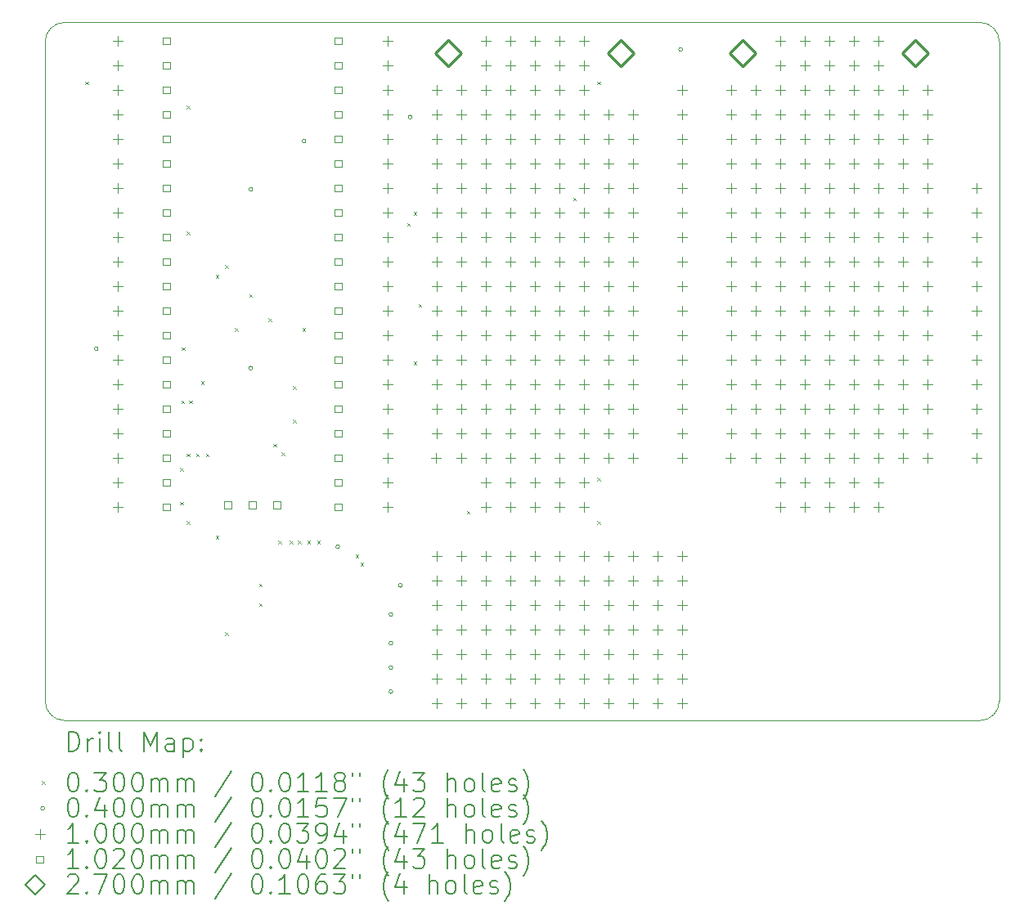
<source format=gbr>
%TF.GenerationSoftware,KiCad,Pcbnew,7.0.1*%
%TF.CreationDate,2023-06-02T18:37:56-05:00*%
%TF.ProjectId,PicoFeatherWingDuo,5069636f-4665-4617-9468-657257696e67,1*%
%TF.SameCoordinates,Original*%
%TF.FileFunction,Drillmap*%
%TF.FilePolarity,Positive*%
%FSLAX45Y45*%
G04 Gerber Fmt 4.5, Leading zero omitted, Abs format (unit mm)*
G04 Created by KiCad (PCBNEW 7.0.1) date 2023-06-02 18:37:56*
%MOMM*%
%LPD*%
G01*
G04 APERTURE LIST*
%ADD10C,0.100000*%
%ADD11C,0.200000*%
%ADD12C,0.030000*%
%ADD13C,0.040000*%
%ADD14C,0.102000*%
%ADD15C,0.270000*%
G04 APERTURE END LIST*
D10*
X13421421Y-3871421D02*
G75*
G03*
X13221421Y-4071421I-1J-199999D01*
G01*
X13421421Y-11098579D02*
X22898579Y-11098579D01*
X22898579Y-11098579D02*
G75*
G03*
X23098579Y-10898579I1J199999D01*
G01*
X23098579Y-10898579D02*
X23098579Y-4071421D01*
X23098579Y-4071421D02*
G75*
G03*
X22898579Y-3871421I-199999J1D01*
G01*
X13221421Y-4071421D02*
X13221421Y-10898579D01*
X13221421Y-10898579D02*
G75*
G03*
X13421421Y-11098579I199999J-1D01*
G01*
X22898579Y-3871421D02*
X13421421Y-3871421D01*
D11*
D12*
X13635000Y-4485000D02*
X13665000Y-4515000D01*
X13665000Y-4485000D02*
X13635000Y-4515000D01*
X14617550Y-8485000D02*
X14647550Y-8515000D01*
X14647550Y-8485000D02*
X14617550Y-8515000D01*
X14617550Y-8835000D02*
X14647550Y-8865000D01*
X14647550Y-8835000D02*
X14617550Y-8865000D01*
X14632650Y-7785000D02*
X14662650Y-7815000D01*
X14662650Y-7785000D02*
X14632650Y-7815000D01*
X14635000Y-7235000D02*
X14665000Y-7265000D01*
X14665000Y-7235000D02*
X14635000Y-7265000D01*
X14685000Y-4735000D02*
X14715000Y-4765000D01*
X14715000Y-4735000D02*
X14685000Y-4765000D01*
X14685000Y-6035000D02*
X14715000Y-6065000D01*
X14715000Y-6035000D02*
X14685000Y-6065000D01*
X14685000Y-8335000D02*
X14715000Y-8365000D01*
X14715000Y-8335000D02*
X14685000Y-8365000D01*
X14685000Y-9035000D02*
X14715000Y-9065000D01*
X14715000Y-9035000D02*
X14685000Y-9065000D01*
X14712600Y-7785000D02*
X14742600Y-7815000D01*
X14742600Y-7785000D02*
X14712600Y-7815000D01*
X14785000Y-8335000D02*
X14815000Y-8365000D01*
X14815000Y-8335000D02*
X14785000Y-8365000D01*
X14835000Y-7585000D02*
X14865000Y-7615000D01*
X14865000Y-7585000D02*
X14835000Y-7615000D01*
X14885000Y-8335000D02*
X14915000Y-8365000D01*
X14915000Y-8335000D02*
X14885000Y-8365000D01*
X14985000Y-6485000D02*
X15015000Y-6515000D01*
X15015000Y-6485000D02*
X14985000Y-6515000D01*
X14985000Y-9185000D02*
X15015000Y-9215000D01*
X15015000Y-9185000D02*
X14985000Y-9215000D01*
X15085000Y-6385000D02*
X15115000Y-6415000D01*
X15115000Y-6385000D02*
X15085000Y-6415000D01*
X15085000Y-10185000D02*
X15115000Y-10215000D01*
X15115000Y-10185000D02*
X15085000Y-10215000D01*
X15185000Y-7035000D02*
X15215000Y-7065000D01*
X15215000Y-7035000D02*
X15185000Y-7065000D01*
X15335000Y-6685000D02*
X15365000Y-6715000D01*
X15365000Y-6685000D02*
X15335000Y-6715000D01*
X15435000Y-9681900D02*
X15465000Y-9711900D01*
X15465000Y-9681900D02*
X15435000Y-9711900D01*
X15435000Y-9885000D02*
X15465000Y-9915000D01*
X15465000Y-9885000D02*
X15435000Y-9915000D01*
X15535000Y-6935000D02*
X15565000Y-6965000D01*
X15565000Y-6935000D02*
X15535000Y-6965000D01*
X15585000Y-8235000D02*
X15615000Y-8265000D01*
X15615000Y-8235000D02*
X15585000Y-8265000D01*
X15635000Y-9235000D02*
X15665000Y-9265000D01*
X15665000Y-9235000D02*
X15635000Y-9265000D01*
X15667550Y-8324739D02*
X15697550Y-8354739D01*
X15697550Y-8324739D02*
X15667550Y-8354739D01*
X15755050Y-9235000D02*
X15785050Y-9265000D01*
X15785050Y-9235000D02*
X15755050Y-9265000D01*
X15785000Y-7635000D02*
X15815000Y-7665000D01*
X15815000Y-7635000D02*
X15785000Y-7665000D01*
X15785000Y-7985000D02*
X15815000Y-8015000D01*
X15815000Y-7985000D02*
X15785000Y-8015000D01*
X15836431Y-9236740D02*
X15866431Y-9266740D01*
X15866431Y-9236740D02*
X15836431Y-9266740D01*
X15885000Y-7035000D02*
X15915000Y-7065000D01*
X15915000Y-7035000D02*
X15885000Y-7065000D01*
X15935000Y-9235000D02*
X15965000Y-9265000D01*
X15965000Y-9235000D02*
X15935000Y-9265000D01*
X16035000Y-9235000D02*
X16065000Y-9265000D01*
X16065000Y-9235000D02*
X16035000Y-9265000D01*
X16435000Y-9383000D02*
X16465000Y-9413000D01*
X16465000Y-9383000D02*
X16435000Y-9413000D01*
X16485000Y-9467550D02*
X16515000Y-9497550D01*
X16515000Y-9467550D02*
X16485000Y-9497550D01*
X16966419Y-5948969D02*
X16996419Y-5978969D01*
X16996419Y-5948969D02*
X16966419Y-5978969D01*
X17035000Y-5835000D02*
X17065000Y-5865000D01*
X17065000Y-5835000D02*
X17035000Y-5865000D01*
X17035000Y-7385000D02*
X17065000Y-7415000D01*
X17065000Y-7385000D02*
X17035000Y-7415000D01*
X17085000Y-6785000D02*
X17115000Y-6815000D01*
X17115000Y-6785000D02*
X17085000Y-6815000D01*
X17585000Y-8930050D02*
X17615000Y-8960050D01*
X17615000Y-8930050D02*
X17585000Y-8960050D01*
X18685000Y-5685000D02*
X18715000Y-5715000D01*
X18715000Y-5685000D02*
X18685000Y-5715000D01*
X18935000Y-4485000D02*
X18965000Y-4515000D01*
X18965000Y-4485000D02*
X18935000Y-4515000D01*
X18935000Y-8585000D02*
X18965000Y-8615000D01*
X18965000Y-8585000D02*
X18935000Y-8615000D01*
X18935000Y-9035000D02*
X18965000Y-9065000D01*
X18965000Y-9035000D02*
X18935000Y-9065000D01*
D13*
X13770000Y-7250000D02*
G75*
G03*
X13770000Y-7250000I-20000J0D01*
G01*
X15370000Y-5600000D02*
G75*
G03*
X15370000Y-5600000I-20000J0D01*
G01*
X15370000Y-7450000D02*
G75*
G03*
X15370000Y-7450000I-20000J0D01*
G01*
X15920000Y-5100000D02*
G75*
G03*
X15920000Y-5100000I-20000J0D01*
G01*
X16270000Y-9300000D02*
G75*
G03*
X16270000Y-9300000I-20000J0D01*
G01*
X16820000Y-10000000D02*
G75*
G03*
X16820000Y-10000000I-20000J0D01*
G01*
X16820000Y-10300000D02*
G75*
G03*
X16820000Y-10300000I-20000J0D01*
G01*
X16820000Y-10550000D02*
G75*
G03*
X16820000Y-10550000I-20000J0D01*
G01*
X16820000Y-10800000D02*
G75*
G03*
X16820000Y-10800000I-20000J0D01*
G01*
X16920000Y-9700000D02*
G75*
G03*
X16920000Y-9700000I-20000J0D01*
G01*
X17020000Y-4850000D02*
G75*
G03*
X17020000Y-4850000I-20000J0D01*
G01*
X19820000Y-4150000D02*
G75*
G03*
X19820000Y-4150000I-20000J0D01*
G01*
D10*
X13970000Y-4014000D02*
X13970000Y-4114000D01*
X13920000Y-4064000D02*
X14020000Y-4064000D01*
X13970000Y-4268000D02*
X13970000Y-4368000D01*
X13920000Y-4318000D02*
X14020000Y-4318000D01*
X13970000Y-4522000D02*
X13970000Y-4622000D01*
X13920000Y-4572000D02*
X14020000Y-4572000D01*
X13970000Y-4776000D02*
X13970000Y-4876000D01*
X13920000Y-4826000D02*
X14020000Y-4826000D01*
X13970000Y-5030000D02*
X13970000Y-5130000D01*
X13920000Y-5080000D02*
X14020000Y-5080000D01*
X13970000Y-5284000D02*
X13970000Y-5384000D01*
X13920000Y-5334000D02*
X14020000Y-5334000D01*
X13970000Y-5538000D02*
X13970000Y-5638000D01*
X13920000Y-5588000D02*
X14020000Y-5588000D01*
X13970000Y-5792000D02*
X13970000Y-5892000D01*
X13920000Y-5842000D02*
X14020000Y-5842000D01*
X13970000Y-6046000D02*
X13970000Y-6146000D01*
X13920000Y-6096000D02*
X14020000Y-6096000D01*
X13970000Y-6300000D02*
X13970000Y-6400000D01*
X13920000Y-6350000D02*
X14020000Y-6350000D01*
X13970000Y-6554000D02*
X13970000Y-6654000D01*
X13920000Y-6604000D02*
X14020000Y-6604000D01*
X13970000Y-6808000D02*
X13970000Y-6908000D01*
X13920000Y-6858000D02*
X14020000Y-6858000D01*
X13970000Y-7062000D02*
X13970000Y-7162000D01*
X13920000Y-7112000D02*
X14020000Y-7112000D01*
X13970000Y-7316000D02*
X13970000Y-7416000D01*
X13920000Y-7366000D02*
X14020000Y-7366000D01*
X13970000Y-7570000D02*
X13970000Y-7670000D01*
X13920000Y-7620000D02*
X14020000Y-7620000D01*
X13970000Y-7824000D02*
X13970000Y-7924000D01*
X13920000Y-7874000D02*
X14020000Y-7874000D01*
X13970000Y-8078000D02*
X13970000Y-8178000D01*
X13920000Y-8128000D02*
X14020000Y-8128000D01*
X13970000Y-8332000D02*
X13970000Y-8432000D01*
X13920000Y-8382000D02*
X14020000Y-8382000D01*
X13970000Y-8586000D02*
X13970000Y-8686000D01*
X13920000Y-8636000D02*
X14020000Y-8636000D01*
X13970000Y-8840000D02*
X13970000Y-8940000D01*
X13920000Y-8890000D02*
X14020000Y-8890000D01*
X16764000Y-4014000D02*
X16764000Y-4114000D01*
X16714000Y-4064000D02*
X16814000Y-4064000D01*
X16764000Y-4268000D02*
X16764000Y-4368000D01*
X16714000Y-4318000D02*
X16814000Y-4318000D01*
X16764000Y-4522000D02*
X16764000Y-4622000D01*
X16714000Y-4572000D02*
X16814000Y-4572000D01*
X16764000Y-4776000D02*
X16764000Y-4876000D01*
X16714000Y-4826000D02*
X16814000Y-4826000D01*
X16764000Y-5030000D02*
X16764000Y-5130000D01*
X16714000Y-5080000D02*
X16814000Y-5080000D01*
X16764000Y-5284000D02*
X16764000Y-5384000D01*
X16714000Y-5334000D02*
X16814000Y-5334000D01*
X16764000Y-5538000D02*
X16764000Y-5638000D01*
X16714000Y-5588000D02*
X16814000Y-5588000D01*
X16764000Y-5792000D02*
X16764000Y-5892000D01*
X16714000Y-5842000D02*
X16814000Y-5842000D01*
X16764000Y-6046000D02*
X16764000Y-6146000D01*
X16714000Y-6096000D02*
X16814000Y-6096000D01*
X16764000Y-6300000D02*
X16764000Y-6400000D01*
X16714000Y-6350000D02*
X16814000Y-6350000D01*
X16764000Y-6554000D02*
X16764000Y-6654000D01*
X16714000Y-6604000D02*
X16814000Y-6604000D01*
X16764000Y-6808000D02*
X16764000Y-6908000D01*
X16714000Y-6858000D02*
X16814000Y-6858000D01*
X16764000Y-7062000D02*
X16764000Y-7162000D01*
X16714000Y-7112000D02*
X16814000Y-7112000D01*
X16764000Y-7316000D02*
X16764000Y-7416000D01*
X16714000Y-7366000D02*
X16814000Y-7366000D01*
X16764000Y-7570000D02*
X16764000Y-7670000D01*
X16714000Y-7620000D02*
X16814000Y-7620000D01*
X16764000Y-7824000D02*
X16764000Y-7924000D01*
X16714000Y-7874000D02*
X16814000Y-7874000D01*
X16764000Y-8078000D02*
X16764000Y-8178000D01*
X16714000Y-8128000D02*
X16814000Y-8128000D01*
X16764000Y-8332000D02*
X16764000Y-8432000D01*
X16714000Y-8382000D02*
X16814000Y-8382000D01*
X16764000Y-8586000D02*
X16764000Y-8686000D01*
X16714000Y-8636000D02*
X16814000Y-8636000D01*
X16764000Y-8840000D02*
X16764000Y-8940000D01*
X16714000Y-8890000D02*
X16814000Y-8890000D01*
X17269460Y-8332000D02*
X17269460Y-8432000D01*
X17219460Y-8382000D02*
X17319460Y-8382000D01*
X17272000Y-4522000D02*
X17272000Y-4622000D01*
X17222000Y-4572000D02*
X17322000Y-4572000D01*
X17272000Y-4776000D02*
X17272000Y-4876000D01*
X17222000Y-4826000D02*
X17322000Y-4826000D01*
X17272000Y-5030000D02*
X17272000Y-5130000D01*
X17222000Y-5080000D02*
X17322000Y-5080000D01*
X17272000Y-5284000D02*
X17272000Y-5384000D01*
X17222000Y-5334000D02*
X17322000Y-5334000D01*
X17272000Y-5538000D02*
X17272000Y-5638000D01*
X17222000Y-5588000D02*
X17322000Y-5588000D01*
X17272000Y-5792000D02*
X17272000Y-5892000D01*
X17222000Y-5842000D02*
X17322000Y-5842000D01*
X17272000Y-6046000D02*
X17272000Y-6146000D01*
X17222000Y-6096000D02*
X17322000Y-6096000D01*
X17272000Y-6300000D02*
X17272000Y-6400000D01*
X17222000Y-6350000D02*
X17322000Y-6350000D01*
X17272000Y-6554000D02*
X17272000Y-6654000D01*
X17222000Y-6604000D02*
X17322000Y-6604000D01*
X17272000Y-6808000D02*
X17272000Y-6908000D01*
X17222000Y-6858000D02*
X17322000Y-6858000D01*
X17272000Y-7062000D02*
X17272000Y-7162000D01*
X17222000Y-7112000D02*
X17322000Y-7112000D01*
X17272000Y-7316000D02*
X17272000Y-7416000D01*
X17222000Y-7366000D02*
X17322000Y-7366000D01*
X17272000Y-7570000D02*
X17272000Y-7670000D01*
X17222000Y-7620000D02*
X17322000Y-7620000D01*
X17272000Y-7824000D02*
X17272000Y-7924000D01*
X17222000Y-7874000D02*
X17322000Y-7874000D01*
X17272000Y-8078000D02*
X17272000Y-8178000D01*
X17222000Y-8128000D02*
X17322000Y-8128000D01*
X17272000Y-9348000D02*
X17272000Y-9448000D01*
X17222000Y-9398000D02*
X17322000Y-9398000D01*
X17272000Y-9602000D02*
X17272000Y-9702000D01*
X17222000Y-9652000D02*
X17322000Y-9652000D01*
X17272000Y-9856000D02*
X17272000Y-9956000D01*
X17222000Y-9906000D02*
X17322000Y-9906000D01*
X17272000Y-10110000D02*
X17272000Y-10210000D01*
X17222000Y-10160000D02*
X17322000Y-10160000D01*
X17272000Y-10364000D02*
X17272000Y-10464000D01*
X17222000Y-10414000D02*
X17322000Y-10414000D01*
X17272000Y-10618000D02*
X17272000Y-10718000D01*
X17222000Y-10668000D02*
X17322000Y-10668000D01*
X17272000Y-10872000D02*
X17272000Y-10972000D01*
X17222000Y-10922000D02*
X17322000Y-10922000D01*
X17526000Y-4522000D02*
X17526000Y-4622000D01*
X17476000Y-4572000D02*
X17576000Y-4572000D01*
X17526000Y-4776000D02*
X17526000Y-4876000D01*
X17476000Y-4826000D02*
X17576000Y-4826000D01*
X17526000Y-5030000D02*
X17526000Y-5130000D01*
X17476000Y-5080000D02*
X17576000Y-5080000D01*
X17526000Y-5284000D02*
X17526000Y-5384000D01*
X17476000Y-5334000D02*
X17576000Y-5334000D01*
X17526000Y-5538000D02*
X17526000Y-5638000D01*
X17476000Y-5588000D02*
X17576000Y-5588000D01*
X17526000Y-5792000D02*
X17526000Y-5892000D01*
X17476000Y-5842000D02*
X17576000Y-5842000D01*
X17526000Y-6046000D02*
X17526000Y-6146000D01*
X17476000Y-6096000D02*
X17576000Y-6096000D01*
X17526000Y-6300000D02*
X17526000Y-6400000D01*
X17476000Y-6350000D02*
X17576000Y-6350000D01*
X17526000Y-6554000D02*
X17526000Y-6654000D01*
X17476000Y-6604000D02*
X17576000Y-6604000D01*
X17526000Y-6808000D02*
X17526000Y-6908000D01*
X17476000Y-6858000D02*
X17576000Y-6858000D01*
X17526000Y-7062000D02*
X17526000Y-7162000D01*
X17476000Y-7112000D02*
X17576000Y-7112000D01*
X17526000Y-7316000D02*
X17526000Y-7416000D01*
X17476000Y-7366000D02*
X17576000Y-7366000D01*
X17526000Y-7570000D02*
X17526000Y-7670000D01*
X17476000Y-7620000D02*
X17576000Y-7620000D01*
X17526000Y-7824000D02*
X17526000Y-7924000D01*
X17476000Y-7874000D02*
X17576000Y-7874000D01*
X17526000Y-8078000D02*
X17526000Y-8178000D01*
X17476000Y-8128000D02*
X17576000Y-8128000D01*
X17526000Y-8332000D02*
X17526000Y-8432000D01*
X17476000Y-8382000D02*
X17576000Y-8382000D01*
X17526000Y-9348000D02*
X17526000Y-9448000D01*
X17476000Y-9398000D02*
X17576000Y-9398000D01*
X17526000Y-9602000D02*
X17526000Y-9702000D01*
X17476000Y-9652000D02*
X17576000Y-9652000D01*
X17526000Y-9856000D02*
X17526000Y-9956000D01*
X17476000Y-9906000D02*
X17576000Y-9906000D01*
X17526000Y-10110000D02*
X17526000Y-10210000D01*
X17476000Y-10160000D02*
X17576000Y-10160000D01*
X17526000Y-10364000D02*
X17526000Y-10464000D01*
X17476000Y-10414000D02*
X17576000Y-10414000D01*
X17526000Y-10618000D02*
X17526000Y-10718000D01*
X17476000Y-10668000D02*
X17576000Y-10668000D01*
X17526000Y-10872000D02*
X17526000Y-10972000D01*
X17476000Y-10922000D02*
X17576000Y-10922000D01*
X17780000Y-4014000D02*
X17780000Y-4114000D01*
X17730000Y-4064000D02*
X17830000Y-4064000D01*
X17780000Y-4268000D02*
X17780000Y-4368000D01*
X17730000Y-4318000D02*
X17830000Y-4318000D01*
X17780000Y-4522000D02*
X17780000Y-4622000D01*
X17730000Y-4572000D02*
X17830000Y-4572000D01*
X17780000Y-4776000D02*
X17780000Y-4876000D01*
X17730000Y-4826000D02*
X17830000Y-4826000D01*
X17780000Y-5030000D02*
X17780000Y-5130000D01*
X17730000Y-5080000D02*
X17830000Y-5080000D01*
X17780000Y-5284000D02*
X17780000Y-5384000D01*
X17730000Y-5334000D02*
X17830000Y-5334000D01*
X17780000Y-5538000D02*
X17780000Y-5638000D01*
X17730000Y-5588000D02*
X17830000Y-5588000D01*
X17780000Y-5792000D02*
X17780000Y-5892000D01*
X17730000Y-5842000D02*
X17830000Y-5842000D01*
X17780000Y-6046000D02*
X17780000Y-6146000D01*
X17730000Y-6096000D02*
X17830000Y-6096000D01*
X17780000Y-6300000D02*
X17780000Y-6400000D01*
X17730000Y-6350000D02*
X17830000Y-6350000D01*
X17780000Y-6554000D02*
X17780000Y-6654000D01*
X17730000Y-6604000D02*
X17830000Y-6604000D01*
X17780000Y-6808000D02*
X17780000Y-6908000D01*
X17730000Y-6858000D02*
X17830000Y-6858000D01*
X17780000Y-7062000D02*
X17780000Y-7162000D01*
X17730000Y-7112000D02*
X17830000Y-7112000D01*
X17780000Y-7316000D02*
X17780000Y-7416000D01*
X17730000Y-7366000D02*
X17830000Y-7366000D01*
X17780000Y-7570000D02*
X17780000Y-7670000D01*
X17730000Y-7620000D02*
X17830000Y-7620000D01*
X17780000Y-7824000D02*
X17780000Y-7924000D01*
X17730000Y-7874000D02*
X17830000Y-7874000D01*
X17780000Y-8078000D02*
X17780000Y-8178000D01*
X17730000Y-8128000D02*
X17830000Y-8128000D01*
X17780000Y-8332000D02*
X17780000Y-8432000D01*
X17730000Y-8382000D02*
X17830000Y-8382000D01*
X17780000Y-8586000D02*
X17780000Y-8686000D01*
X17730000Y-8636000D02*
X17830000Y-8636000D01*
X17780000Y-8840000D02*
X17780000Y-8940000D01*
X17730000Y-8890000D02*
X17830000Y-8890000D01*
X17780000Y-9348000D02*
X17780000Y-9448000D01*
X17730000Y-9398000D02*
X17830000Y-9398000D01*
X17780000Y-9602000D02*
X17780000Y-9702000D01*
X17730000Y-9652000D02*
X17830000Y-9652000D01*
X17780000Y-9856000D02*
X17780000Y-9956000D01*
X17730000Y-9906000D02*
X17830000Y-9906000D01*
X17780000Y-10110000D02*
X17780000Y-10210000D01*
X17730000Y-10160000D02*
X17830000Y-10160000D01*
X17780000Y-10364000D02*
X17780000Y-10464000D01*
X17730000Y-10414000D02*
X17830000Y-10414000D01*
X17780000Y-10618000D02*
X17780000Y-10718000D01*
X17730000Y-10668000D02*
X17830000Y-10668000D01*
X17780000Y-10872000D02*
X17780000Y-10972000D01*
X17730000Y-10922000D02*
X17830000Y-10922000D01*
X18034000Y-4014000D02*
X18034000Y-4114000D01*
X17984000Y-4064000D02*
X18084000Y-4064000D01*
X18034000Y-4268000D02*
X18034000Y-4368000D01*
X17984000Y-4318000D02*
X18084000Y-4318000D01*
X18034000Y-4522000D02*
X18034000Y-4622000D01*
X17984000Y-4572000D02*
X18084000Y-4572000D01*
X18034000Y-4776000D02*
X18034000Y-4876000D01*
X17984000Y-4826000D02*
X18084000Y-4826000D01*
X18034000Y-5030000D02*
X18034000Y-5130000D01*
X17984000Y-5080000D02*
X18084000Y-5080000D01*
X18034000Y-5284000D02*
X18034000Y-5384000D01*
X17984000Y-5334000D02*
X18084000Y-5334000D01*
X18034000Y-5538000D02*
X18034000Y-5638000D01*
X17984000Y-5588000D02*
X18084000Y-5588000D01*
X18034000Y-5792000D02*
X18034000Y-5892000D01*
X17984000Y-5842000D02*
X18084000Y-5842000D01*
X18034000Y-6046000D02*
X18034000Y-6146000D01*
X17984000Y-6096000D02*
X18084000Y-6096000D01*
X18034000Y-6300000D02*
X18034000Y-6400000D01*
X17984000Y-6350000D02*
X18084000Y-6350000D01*
X18034000Y-6554000D02*
X18034000Y-6654000D01*
X17984000Y-6604000D02*
X18084000Y-6604000D01*
X18034000Y-6808000D02*
X18034000Y-6908000D01*
X17984000Y-6858000D02*
X18084000Y-6858000D01*
X18034000Y-7062000D02*
X18034000Y-7162000D01*
X17984000Y-7112000D02*
X18084000Y-7112000D01*
X18034000Y-7316000D02*
X18034000Y-7416000D01*
X17984000Y-7366000D02*
X18084000Y-7366000D01*
X18034000Y-7570000D02*
X18034000Y-7670000D01*
X17984000Y-7620000D02*
X18084000Y-7620000D01*
X18034000Y-7824000D02*
X18034000Y-7924000D01*
X17984000Y-7874000D02*
X18084000Y-7874000D01*
X18034000Y-8078000D02*
X18034000Y-8178000D01*
X17984000Y-8128000D02*
X18084000Y-8128000D01*
X18034000Y-8332000D02*
X18034000Y-8432000D01*
X17984000Y-8382000D02*
X18084000Y-8382000D01*
X18034000Y-8586000D02*
X18034000Y-8686000D01*
X17984000Y-8636000D02*
X18084000Y-8636000D01*
X18034000Y-8840000D02*
X18034000Y-8940000D01*
X17984000Y-8890000D02*
X18084000Y-8890000D01*
X18034000Y-9348000D02*
X18034000Y-9448000D01*
X17984000Y-9398000D02*
X18084000Y-9398000D01*
X18034000Y-9602000D02*
X18034000Y-9702000D01*
X17984000Y-9652000D02*
X18084000Y-9652000D01*
X18034000Y-9856000D02*
X18034000Y-9956000D01*
X17984000Y-9906000D02*
X18084000Y-9906000D01*
X18034000Y-10110000D02*
X18034000Y-10210000D01*
X17984000Y-10160000D02*
X18084000Y-10160000D01*
X18034000Y-10364000D02*
X18034000Y-10464000D01*
X17984000Y-10414000D02*
X18084000Y-10414000D01*
X18034000Y-10618000D02*
X18034000Y-10718000D01*
X17984000Y-10668000D02*
X18084000Y-10668000D01*
X18034000Y-10872000D02*
X18034000Y-10972000D01*
X17984000Y-10922000D02*
X18084000Y-10922000D01*
X18288000Y-4014000D02*
X18288000Y-4114000D01*
X18238000Y-4064000D02*
X18338000Y-4064000D01*
X18288000Y-4268000D02*
X18288000Y-4368000D01*
X18238000Y-4318000D02*
X18338000Y-4318000D01*
X18288000Y-4522000D02*
X18288000Y-4622000D01*
X18238000Y-4572000D02*
X18338000Y-4572000D01*
X18288000Y-4776000D02*
X18288000Y-4876000D01*
X18238000Y-4826000D02*
X18338000Y-4826000D01*
X18288000Y-5030000D02*
X18288000Y-5130000D01*
X18238000Y-5080000D02*
X18338000Y-5080000D01*
X18288000Y-5284000D02*
X18288000Y-5384000D01*
X18238000Y-5334000D02*
X18338000Y-5334000D01*
X18288000Y-5538000D02*
X18288000Y-5638000D01*
X18238000Y-5588000D02*
X18338000Y-5588000D01*
X18288000Y-5792000D02*
X18288000Y-5892000D01*
X18238000Y-5842000D02*
X18338000Y-5842000D01*
X18288000Y-6046000D02*
X18288000Y-6146000D01*
X18238000Y-6096000D02*
X18338000Y-6096000D01*
X18288000Y-6300000D02*
X18288000Y-6400000D01*
X18238000Y-6350000D02*
X18338000Y-6350000D01*
X18288000Y-6554000D02*
X18288000Y-6654000D01*
X18238000Y-6604000D02*
X18338000Y-6604000D01*
X18288000Y-6808000D02*
X18288000Y-6908000D01*
X18238000Y-6858000D02*
X18338000Y-6858000D01*
X18288000Y-7062000D02*
X18288000Y-7162000D01*
X18238000Y-7112000D02*
X18338000Y-7112000D01*
X18288000Y-7316000D02*
X18288000Y-7416000D01*
X18238000Y-7366000D02*
X18338000Y-7366000D01*
X18288000Y-7570000D02*
X18288000Y-7670000D01*
X18238000Y-7620000D02*
X18338000Y-7620000D01*
X18288000Y-7824000D02*
X18288000Y-7924000D01*
X18238000Y-7874000D02*
X18338000Y-7874000D01*
X18288000Y-8078000D02*
X18288000Y-8178000D01*
X18238000Y-8128000D02*
X18338000Y-8128000D01*
X18288000Y-8332000D02*
X18288000Y-8432000D01*
X18238000Y-8382000D02*
X18338000Y-8382000D01*
X18288000Y-8586000D02*
X18288000Y-8686000D01*
X18238000Y-8636000D02*
X18338000Y-8636000D01*
X18288000Y-8840000D02*
X18288000Y-8940000D01*
X18238000Y-8890000D02*
X18338000Y-8890000D01*
X18288000Y-9348000D02*
X18288000Y-9448000D01*
X18238000Y-9398000D02*
X18338000Y-9398000D01*
X18288000Y-9602000D02*
X18288000Y-9702000D01*
X18238000Y-9652000D02*
X18338000Y-9652000D01*
X18288000Y-9856000D02*
X18288000Y-9956000D01*
X18238000Y-9906000D02*
X18338000Y-9906000D01*
X18288000Y-10110000D02*
X18288000Y-10210000D01*
X18238000Y-10160000D02*
X18338000Y-10160000D01*
X18288000Y-10364000D02*
X18288000Y-10464000D01*
X18238000Y-10414000D02*
X18338000Y-10414000D01*
X18288000Y-10618000D02*
X18288000Y-10718000D01*
X18238000Y-10668000D02*
X18338000Y-10668000D01*
X18288000Y-10872000D02*
X18288000Y-10972000D01*
X18238000Y-10922000D02*
X18338000Y-10922000D01*
X18542000Y-4014000D02*
X18542000Y-4114000D01*
X18492000Y-4064000D02*
X18592000Y-4064000D01*
X18542000Y-4268000D02*
X18542000Y-4368000D01*
X18492000Y-4318000D02*
X18592000Y-4318000D01*
X18542000Y-4522000D02*
X18542000Y-4622000D01*
X18492000Y-4572000D02*
X18592000Y-4572000D01*
X18542000Y-4776000D02*
X18542000Y-4876000D01*
X18492000Y-4826000D02*
X18592000Y-4826000D01*
X18542000Y-5030000D02*
X18542000Y-5130000D01*
X18492000Y-5080000D02*
X18592000Y-5080000D01*
X18542000Y-5284000D02*
X18542000Y-5384000D01*
X18492000Y-5334000D02*
X18592000Y-5334000D01*
X18542000Y-5538000D02*
X18542000Y-5638000D01*
X18492000Y-5588000D02*
X18592000Y-5588000D01*
X18542000Y-5792000D02*
X18542000Y-5892000D01*
X18492000Y-5842000D02*
X18592000Y-5842000D01*
X18542000Y-6046000D02*
X18542000Y-6146000D01*
X18492000Y-6096000D02*
X18592000Y-6096000D01*
X18542000Y-6300000D02*
X18542000Y-6400000D01*
X18492000Y-6350000D02*
X18592000Y-6350000D01*
X18542000Y-6554000D02*
X18542000Y-6654000D01*
X18492000Y-6604000D02*
X18592000Y-6604000D01*
X18542000Y-6808000D02*
X18542000Y-6908000D01*
X18492000Y-6858000D02*
X18592000Y-6858000D01*
X18542000Y-7062000D02*
X18542000Y-7162000D01*
X18492000Y-7112000D02*
X18592000Y-7112000D01*
X18542000Y-7316000D02*
X18542000Y-7416000D01*
X18492000Y-7366000D02*
X18592000Y-7366000D01*
X18542000Y-7570000D02*
X18542000Y-7670000D01*
X18492000Y-7620000D02*
X18592000Y-7620000D01*
X18542000Y-7824000D02*
X18542000Y-7924000D01*
X18492000Y-7874000D02*
X18592000Y-7874000D01*
X18542000Y-8078000D02*
X18542000Y-8178000D01*
X18492000Y-8128000D02*
X18592000Y-8128000D01*
X18542000Y-8332000D02*
X18542000Y-8432000D01*
X18492000Y-8382000D02*
X18592000Y-8382000D01*
X18542000Y-8586000D02*
X18542000Y-8686000D01*
X18492000Y-8636000D02*
X18592000Y-8636000D01*
X18542000Y-8840000D02*
X18542000Y-8940000D01*
X18492000Y-8890000D02*
X18592000Y-8890000D01*
X18542000Y-9348000D02*
X18542000Y-9448000D01*
X18492000Y-9398000D02*
X18592000Y-9398000D01*
X18542000Y-9602000D02*
X18542000Y-9702000D01*
X18492000Y-9652000D02*
X18592000Y-9652000D01*
X18542000Y-9856000D02*
X18542000Y-9956000D01*
X18492000Y-9906000D02*
X18592000Y-9906000D01*
X18542000Y-10110000D02*
X18542000Y-10210000D01*
X18492000Y-10160000D02*
X18592000Y-10160000D01*
X18542000Y-10364000D02*
X18542000Y-10464000D01*
X18492000Y-10414000D02*
X18592000Y-10414000D01*
X18542000Y-10618000D02*
X18542000Y-10718000D01*
X18492000Y-10668000D02*
X18592000Y-10668000D01*
X18542000Y-10872000D02*
X18542000Y-10972000D01*
X18492000Y-10922000D02*
X18592000Y-10922000D01*
X18796000Y-4014000D02*
X18796000Y-4114000D01*
X18746000Y-4064000D02*
X18846000Y-4064000D01*
X18796000Y-4268000D02*
X18796000Y-4368000D01*
X18746000Y-4318000D02*
X18846000Y-4318000D01*
X18796000Y-4522000D02*
X18796000Y-4622000D01*
X18746000Y-4572000D02*
X18846000Y-4572000D01*
X18796000Y-4776000D02*
X18796000Y-4876000D01*
X18746000Y-4826000D02*
X18846000Y-4826000D01*
X18796000Y-5030000D02*
X18796000Y-5130000D01*
X18746000Y-5080000D02*
X18846000Y-5080000D01*
X18796000Y-5284000D02*
X18796000Y-5384000D01*
X18746000Y-5334000D02*
X18846000Y-5334000D01*
X18796000Y-5538000D02*
X18796000Y-5638000D01*
X18746000Y-5588000D02*
X18846000Y-5588000D01*
X18796000Y-5792000D02*
X18796000Y-5892000D01*
X18746000Y-5842000D02*
X18846000Y-5842000D01*
X18796000Y-6046000D02*
X18796000Y-6146000D01*
X18746000Y-6096000D02*
X18846000Y-6096000D01*
X18796000Y-6300000D02*
X18796000Y-6400000D01*
X18746000Y-6350000D02*
X18846000Y-6350000D01*
X18796000Y-6554000D02*
X18796000Y-6654000D01*
X18746000Y-6604000D02*
X18846000Y-6604000D01*
X18796000Y-6808000D02*
X18796000Y-6908000D01*
X18746000Y-6858000D02*
X18846000Y-6858000D01*
X18796000Y-7062000D02*
X18796000Y-7162000D01*
X18746000Y-7112000D02*
X18846000Y-7112000D01*
X18796000Y-7316000D02*
X18796000Y-7416000D01*
X18746000Y-7366000D02*
X18846000Y-7366000D01*
X18796000Y-7570000D02*
X18796000Y-7670000D01*
X18746000Y-7620000D02*
X18846000Y-7620000D01*
X18796000Y-7824000D02*
X18796000Y-7924000D01*
X18746000Y-7874000D02*
X18846000Y-7874000D01*
X18796000Y-8078000D02*
X18796000Y-8178000D01*
X18746000Y-8128000D02*
X18846000Y-8128000D01*
X18796000Y-8332000D02*
X18796000Y-8432000D01*
X18746000Y-8382000D02*
X18846000Y-8382000D01*
X18796000Y-8586000D02*
X18796000Y-8686000D01*
X18746000Y-8636000D02*
X18846000Y-8636000D01*
X18796000Y-8840000D02*
X18796000Y-8940000D01*
X18746000Y-8890000D02*
X18846000Y-8890000D01*
X18796000Y-9348000D02*
X18796000Y-9448000D01*
X18746000Y-9398000D02*
X18846000Y-9398000D01*
X18796000Y-9602000D02*
X18796000Y-9702000D01*
X18746000Y-9652000D02*
X18846000Y-9652000D01*
X18796000Y-9856000D02*
X18796000Y-9956000D01*
X18746000Y-9906000D02*
X18846000Y-9906000D01*
X18796000Y-10110000D02*
X18796000Y-10210000D01*
X18746000Y-10160000D02*
X18846000Y-10160000D01*
X18796000Y-10364000D02*
X18796000Y-10464000D01*
X18746000Y-10414000D02*
X18846000Y-10414000D01*
X18796000Y-10618000D02*
X18796000Y-10718000D01*
X18746000Y-10668000D02*
X18846000Y-10668000D01*
X18796000Y-10872000D02*
X18796000Y-10972000D01*
X18746000Y-10922000D02*
X18846000Y-10922000D01*
X19050000Y-4776000D02*
X19050000Y-4876000D01*
X19000000Y-4826000D02*
X19100000Y-4826000D01*
X19050000Y-5030000D02*
X19050000Y-5130000D01*
X19000000Y-5080000D02*
X19100000Y-5080000D01*
X19050000Y-5284000D02*
X19050000Y-5384000D01*
X19000000Y-5334000D02*
X19100000Y-5334000D01*
X19050000Y-5538000D02*
X19050000Y-5638000D01*
X19000000Y-5588000D02*
X19100000Y-5588000D01*
X19050000Y-5792000D02*
X19050000Y-5892000D01*
X19000000Y-5842000D02*
X19100000Y-5842000D01*
X19050000Y-6046000D02*
X19050000Y-6146000D01*
X19000000Y-6096000D02*
X19100000Y-6096000D01*
X19050000Y-6300000D02*
X19050000Y-6400000D01*
X19000000Y-6350000D02*
X19100000Y-6350000D01*
X19050000Y-6554000D02*
X19050000Y-6654000D01*
X19000000Y-6604000D02*
X19100000Y-6604000D01*
X19050000Y-6808000D02*
X19050000Y-6908000D01*
X19000000Y-6858000D02*
X19100000Y-6858000D01*
X19050000Y-7062000D02*
X19050000Y-7162000D01*
X19000000Y-7112000D02*
X19100000Y-7112000D01*
X19050000Y-7316000D02*
X19050000Y-7416000D01*
X19000000Y-7366000D02*
X19100000Y-7366000D01*
X19050000Y-7570000D02*
X19050000Y-7670000D01*
X19000000Y-7620000D02*
X19100000Y-7620000D01*
X19050000Y-7824000D02*
X19050000Y-7924000D01*
X19000000Y-7874000D02*
X19100000Y-7874000D01*
X19050000Y-8078000D02*
X19050000Y-8178000D01*
X19000000Y-8128000D02*
X19100000Y-8128000D01*
X19050000Y-8332000D02*
X19050000Y-8432000D01*
X19000000Y-8382000D02*
X19100000Y-8382000D01*
X19050000Y-9348000D02*
X19050000Y-9448000D01*
X19000000Y-9398000D02*
X19100000Y-9398000D01*
X19050000Y-9602000D02*
X19050000Y-9702000D01*
X19000000Y-9652000D02*
X19100000Y-9652000D01*
X19050000Y-9856000D02*
X19050000Y-9956000D01*
X19000000Y-9906000D02*
X19100000Y-9906000D01*
X19050000Y-10110000D02*
X19050000Y-10210000D01*
X19000000Y-10160000D02*
X19100000Y-10160000D01*
X19050000Y-10364000D02*
X19050000Y-10464000D01*
X19000000Y-10414000D02*
X19100000Y-10414000D01*
X19050000Y-10618000D02*
X19050000Y-10718000D01*
X19000000Y-10668000D02*
X19100000Y-10668000D01*
X19050000Y-10872000D02*
X19050000Y-10972000D01*
X19000000Y-10922000D02*
X19100000Y-10922000D01*
X19304000Y-4776000D02*
X19304000Y-4876000D01*
X19254000Y-4826000D02*
X19354000Y-4826000D01*
X19304000Y-5030000D02*
X19304000Y-5130000D01*
X19254000Y-5080000D02*
X19354000Y-5080000D01*
X19304000Y-5284000D02*
X19304000Y-5384000D01*
X19254000Y-5334000D02*
X19354000Y-5334000D01*
X19304000Y-5538000D02*
X19304000Y-5638000D01*
X19254000Y-5588000D02*
X19354000Y-5588000D01*
X19304000Y-5792000D02*
X19304000Y-5892000D01*
X19254000Y-5842000D02*
X19354000Y-5842000D01*
X19304000Y-6046000D02*
X19304000Y-6146000D01*
X19254000Y-6096000D02*
X19354000Y-6096000D01*
X19304000Y-6300000D02*
X19304000Y-6400000D01*
X19254000Y-6350000D02*
X19354000Y-6350000D01*
X19304000Y-6554000D02*
X19304000Y-6654000D01*
X19254000Y-6604000D02*
X19354000Y-6604000D01*
X19304000Y-6808000D02*
X19304000Y-6908000D01*
X19254000Y-6858000D02*
X19354000Y-6858000D01*
X19304000Y-7062000D02*
X19304000Y-7162000D01*
X19254000Y-7112000D02*
X19354000Y-7112000D01*
X19304000Y-7316000D02*
X19304000Y-7416000D01*
X19254000Y-7366000D02*
X19354000Y-7366000D01*
X19304000Y-7570000D02*
X19304000Y-7670000D01*
X19254000Y-7620000D02*
X19354000Y-7620000D01*
X19304000Y-7824000D02*
X19304000Y-7924000D01*
X19254000Y-7874000D02*
X19354000Y-7874000D01*
X19304000Y-8078000D02*
X19304000Y-8178000D01*
X19254000Y-8128000D02*
X19354000Y-8128000D01*
X19304000Y-8332000D02*
X19304000Y-8432000D01*
X19254000Y-8382000D02*
X19354000Y-8382000D01*
X19304000Y-9348000D02*
X19304000Y-9448000D01*
X19254000Y-9398000D02*
X19354000Y-9398000D01*
X19304000Y-9602000D02*
X19304000Y-9702000D01*
X19254000Y-9652000D02*
X19354000Y-9652000D01*
X19304000Y-9856000D02*
X19304000Y-9956000D01*
X19254000Y-9906000D02*
X19354000Y-9906000D01*
X19304000Y-10110000D02*
X19304000Y-10210000D01*
X19254000Y-10160000D02*
X19354000Y-10160000D01*
X19304000Y-10364000D02*
X19304000Y-10464000D01*
X19254000Y-10414000D02*
X19354000Y-10414000D01*
X19304000Y-10618000D02*
X19304000Y-10718000D01*
X19254000Y-10668000D02*
X19354000Y-10668000D01*
X19304000Y-10872000D02*
X19304000Y-10972000D01*
X19254000Y-10922000D02*
X19354000Y-10922000D01*
X19558000Y-9348000D02*
X19558000Y-9448000D01*
X19508000Y-9398000D02*
X19608000Y-9398000D01*
X19558000Y-9602000D02*
X19558000Y-9702000D01*
X19508000Y-9652000D02*
X19608000Y-9652000D01*
X19558000Y-9856000D02*
X19558000Y-9956000D01*
X19508000Y-9906000D02*
X19608000Y-9906000D01*
X19558000Y-10110000D02*
X19558000Y-10210000D01*
X19508000Y-10160000D02*
X19608000Y-10160000D01*
X19558000Y-10364000D02*
X19558000Y-10464000D01*
X19508000Y-10414000D02*
X19608000Y-10414000D01*
X19558000Y-10618000D02*
X19558000Y-10718000D01*
X19508000Y-10668000D02*
X19608000Y-10668000D01*
X19558000Y-10872000D02*
X19558000Y-10972000D01*
X19508000Y-10922000D02*
X19608000Y-10922000D01*
X19812000Y-4522000D02*
X19812000Y-4622000D01*
X19762000Y-4572000D02*
X19862000Y-4572000D01*
X19812000Y-4776000D02*
X19812000Y-4876000D01*
X19762000Y-4826000D02*
X19862000Y-4826000D01*
X19812000Y-5030000D02*
X19812000Y-5130000D01*
X19762000Y-5080000D02*
X19862000Y-5080000D01*
X19812000Y-5284000D02*
X19812000Y-5384000D01*
X19762000Y-5334000D02*
X19862000Y-5334000D01*
X19812000Y-5538000D02*
X19812000Y-5638000D01*
X19762000Y-5588000D02*
X19862000Y-5588000D01*
X19812000Y-5792000D02*
X19812000Y-5892000D01*
X19762000Y-5842000D02*
X19862000Y-5842000D01*
X19812000Y-6046000D02*
X19812000Y-6146000D01*
X19762000Y-6096000D02*
X19862000Y-6096000D01*
X19812000Y-6300000D02*
X19812000Y-6400000D01*
X19762000Y-6350000D02*
X19862000Y-6350000D01*
X19812000Y-6554000D02*
X19812000Y-6654000D01*
X19762000Y-6604000D02*
X19862000Y-6604000D01*
X19812000Y-6808000D02*
X19812000Y-6908000D01*
X19762000Y-6858000D02*
X19862000Y-6858000D01*
X19812000Y-7062000D02*
X19812000Y-7162000D01*
X19762000Y-7112000D02*
X19862000Y-7112000D01*
X19812000Y-7316000D02*
X19812000Y-7416000D01*
X19762000Y-7366000D02*
X19862000Y-7366000D01*
X19812000Y-7570000D02*
X19812000Y-7670000D01*
X19762000Y-7620000D02*
X19862000Y-7620000D01*
X19812000Y-7824000D02*
X19812000Y-7924000D01*
X19762000Y-7874000D02*
X19862000Y-7874000D01*
X19812000Y-8078000D02*
X19812000Y-8178000D01*
X19762000Y-8128000D02*
X19862000Y-8128000D01*
X19812000Y-8332000D02*
X19812000Y-8432000D01*
X19762000Y-8382000D02*
X19862000Y-8382000D01*
X19812000Y-9348000D02*
X19812000Y-9448000D01*
X19762000Y-9398000D02*
X19862000Y-9398000D01*
X19812000Y-9602000D02*
X19812000Y-9702000D01*
X19762000Y-9652000D02*
X19862000Y-9652000D01*
X19812000Y-9856000D02*
X19812000Y-9956000D01*
X19762000Y-9906000D02*
X19862000Y-9906000D01*
X19812000Y-10110000D02*
X19812000Y-10210000D01*
X19762000Y-10160000D02*
X19862000Y-10160000D01*
X19812000Y-10364000D02*
X19812000Y-10464000D01*
X19762000Y-10414000D02*
X19862000Y-10414000D01*
X19812000Y-10618000D02*
X19812000Y-10718000D01*
X19762000Y-10668000D02*
X19862000Y-10668000D01*
X19812000Y-10872000D02*
X19812000Y-10972000D01*
X19762000Y-10922000D02*
X19862000Y-10922000D01*
X20317460Y-8332000D02*
X20317460Y-8432000D01*
X20267460Y-8382000D02*
X20367460Y-8382000D01*
X20320000Y-4522000D02*
X20320000Y-4622000D01*
X20270000Y-4572000D02*
X20370000Y-4572000D01*
X20320000Y-4776000D02*
X20320000Y-4876000D01*
X20270000Y-4826000D02*
X20370000Y-4826000D01*
X20320000Y-5030000D02*
X20320000Y-5130000D01*
X20270000Y-5080000D02*
X20370000Y-5080000D01*
X20320000Y-5284000D02*
X20320000Y-5384000D01*
X20270000Y-5334000D02*
X20370000Y-5334000D01*
X20320000Y-5538000D02*
X20320000Y-5638000D01*
X20270000Y-5588000D02*
X20370000Y-5588000D01*
X20320000Y-5792000D02*
X20320000Y-5892000D01*
X20270000Y-5842000D02*
X20370000Y-5842000D01*
X20320000Y-6046000D02*
X20320000Y-6146000D01*
X20270000Y-6096000D02*
X20370000Y-6096000D01*
X20320000Y-6300000D02*
X20320000Y-6400000D01*
X20270000Y-6350000D02*
X20370000Y-6350000D01*
X20320000Y-6554000D02*
X20320000Y-6654000D01*
X20270000Y-6604000D02*
X20370000Y-6604000D01*
X20320000Y-6808000D02*
X20320000Y-6908000D01*
X20270000Y-6858000D02*
X20370000Y-6858000D01*
X20320000Y-7062000D02*
X20320000Y-7162000D01*
X20270000Y-7112000D02*
X20370000Y-7112000D01*
X20320000Y-7316000D02*
X20320000Y-7416000D01*
X20270000Y-7366000D02*
X20370000Y-7366000D01*
X20320000Y-7570000D02*
X20320000Y-7670000D01*
X20270000Y-7620000D02*
X20370000Y-7620000D01*
X20320000Y-7824000D02*
X20320000Y-7924000D01*
X20270000Y-7874000D02*
X20370000Y-7874000D01*
X20320000Y-8078000D02*
X20320000Y-8178000D01*
X20270000Y-8128000D02*
X20370000Y-8128000D01*
X20574000Y-4522000D02*
X20574000Y-4622000D01*
X20524000Y-4572000D02*
X20624000Y-4572000D01*
X20574000Y-4776000D02*
X20574000Y-4876000D01*
X20524000Y-4826000D02*
X20624000Y-4826000D01*
X20574000Y-5030000D02*
X20574000Y-5130000D01*
X20524000Y-5080000D02*
X20624000Y-5080000D01*
X20574000Y-5284000D02*
X20574000Y-5384000D01*
X20524000Y-5334000D02*
X20624000Y-5334000D01*
X20574000Y-5538000D02*
X20574000Y-5638000D01*
X20524000Y-5588000D02*
X20624000Y-5588000D01*
X20574000Y-5792000D02*
X20574000Y-5892000D01*
X20524000Y-5842000D02*
X20624000Y-5842000D01*
X20574000Y-6046000D02*
X20574000Y-6146000D01*
X20524000Y-6096000D02*
X20624000Y-6096000D01*
X20574000Y-6300000D02*
X20574000Y-6400000D01*
X20524000Y-6350000D02*
X20624000Y-6350000D01*
X20574000Y-6554000D02*
X20574000Y-6654000D01*
X20524000Y-6604000D02*
X20624000Y-6604000D01*
X20574000Y-6808000D02*
X20574000Y-6908000D01*
X20524000Y-6858000D02*
X20624000Y-6858000D01*
X20574000Y-7062000D02*
X20574000Y-7162000D01*
X20524000Y-7112000D02*
X20624000Y-7112000D01*
X20574000Y-7316000D02*
X20574000Y-7416000D01*
X20524000Y-7366000D02*
X20624000Y-7366000D01*
X20574000Y-7570000D02*
X20574000Y-7670000D01*
X20524000Y-7620000D02*
X20624000Y-7620000D01*
X20574000Y-7824000D02*
X20574000Y-7924000D01*
X20524000Y-7874000D02*
X20624000Y-7874000D01*
X20574000Y-8078000D02*
X20574000Y-8178000D01*
X20524000Y-8128000D02*
X20624000Y-8128000D01*
X20574000Y-8332000D02*
X20574000Y-8432000D01*
X20524000Y-8382000D02*
X20624000Y-8382000D01*
X20828000Y-4014000D02*
X20828000Y-4114000D01*
X20778000Y-4064000D02*
X20878000Y-4064000D01*
X20828000Y-4268000D02*
X20828000Y-4368000D01*
X20778000Y-4318000D02*
X20878000Y-4318000D01*
X20828000Y-4522000D02*
X20828000Y-4622000D01*
X20778000Y-4572000D02*
X20878000Y-4572000D01*
X20828000Y-4776000D02*
X20828000Y-4876000D01*
X20778000Y-4826000D02*
X20878000Y-4826000D01*
X20828000Y-5030000D02*
X20828000Y-5130000D01*
X20778000Y-5080000D02*
X20878000Y-5080000D01*
X20828000Y-5284000D02*
X20828000Y-5384000D01*
X20778000Y-5334000D02*
X20878000Y-5334000D01*
X20828000Y-5538000D02*
X20828000Y-5638000D01*
X20778000Y-5588000D02*
X20878000Y-5588000D01*
X20828000Y-5792000D02*
X20828000Y-5892000D01*
X20778000Y-5842000D02*
X20878000Y-5842000D01*
X20828000Y-6046000D02*
X20828000Y-6146000D01*
X20778000Y-6096000D02*
X20878000Y-6096000D01*
X20828000Y-6300000D02*
X20828000Y-6400000D01*
X20778000Y-6350000D02*
X20878000Y-6350000D01*
X20828000Y-6554000D02*
X20828000Y-6654000D01*
X20778000Y-6604000D02*
X20878000Y-6604000D01*
X20828000Y-6808000D02*
X20828000Y-6908000D01*
X20778000Y-6858000D02*
X20878000Y-6858000D01*
X20828000Y-7062000D02*
X20828000Y-7162000D01*
X20778000Y-7112000D02*
X20878000Y-7112000D01*
X20828000Y-7316000D02*
X20828000Y-7416000D01*
X20778000Y-7366000D02*
X20878000Y-7366000D01*
X20828000Y-7570000D02*
X20828000Y-7670000D01*
X20778000Y-7620000D02*
X20878000Y-7620000D01*
X20828000Y-7824000D02*
X20828000Y-7924000D01*
X20778000Y-7874000D02*
X20878000Y-7874000D01*
X20828000Y-8078000D02*
X20828000Y-8178000D01*
X20778000Y-8128000D02*
X20878000Y-8128000D01*
X20828000Y-8332000D02*
X20828000Y-8432000D01*
X20778000Y-8382000D02*
X20878000Y-8382000D01*
X20828000Y-8586000D02*
X20828000Y-8686000D01*
X20778000Y-8636000D02*
X20878000Y-8636000D01*
X20828000Y-8840000D02*
X20828000Y-8940000D01*
X20778000Y-8890000D02*
X20878000Y-8890000D01*
X21082000Y-4014000D02*
X21082000Y-4114000D01*
X21032000Y-4064000D02*
X21132000Y-4064000D01*
X21082000Y-4268000D02*
X21082000Y-4368000D01*
X21032000Y-4318000D02*
X21132000Y-4318000D01*
X21082000Y-4522000D02*
X21082000Y-4622000D01*
X21032000Y-4572000D02*
X21132000Y-4572000D01*
X21082000Y-4776000D02*
X21082000Y-4876000D01*
X21032000Y-4826000D02*
X21132000Y-4826000D01*
X21082000Y-5030000D02*
X21082000Y-5130000D01*
X21032000Y-5080000D02*
X21132000Y-5080000D01*
X21082000Y-5284000D02*
X21082000Y-5384000D01*
X21032000Y-5334000D02*
X21132000Y-5334000D01*
X21082000Y-5538000D02*
X21082000Y-5638000D01*
X21032000Y-5588000D02*
X21132000Y-5588000D01*
X21082000Y-5792000D02*
X21082000Y-5892000D01*
X21032000Y-5842000D02*
X21132000Y-5842000D01*
X21082000Y-6046000D02*
X21082000Y-6146000D01*
X21032000Y-6096000D02*
X21132000Y-6096000D01*
X21082000Y-6300000D02*
X21082000Y-6400000D01*
X21032000Y-6350000D02*
X21132000Y-6350000D01*
X21082000Y-6554000D02*
X21082000Y-6654000D01*
X21032000Y-6604000D02*
X21132000Y-6604000D01*
X21082000Y-6808000D02*
X21082000Y-6908000D01*
X21032000Y-6858000D02*
X21132000Y-6858000D01*
X21082000Y-7062000D02*
X21082000Y-7162000D01*
X21032000Y-7112000D02*
X21132000Y-7112000D01*
X21082000Y-7316000D02*
X21082000Y-7416000D01*
X21032000Y-7366000D02*
X21132000Y-7366000D01*
X21082000Y-7570000D02*
X21082000Y-7670000D01*
X21032000Y-7620000D02*
X21132000Y-7620000D01*
X21082000Y-7824000D02*
X21082000Y-7924000D01*
X21032000Y-7874000D02*
X21132000Y-7874000D01*
X21082000Y-8078000D02*
X21082000Y-8178000D01*
X21032000Y-8128000D02*
X21132000Y-8128000D01*
X21082000Y-8332000D02*
X21082000Y-8432000D01*
X21032000Y-8382000D02*
X21132000Y-8382000D01*
X21082000Y-8586000D02*
X21082000Y-8686000D01*
X21032000Y-8636000D02*
X21132000Y-8636000D01*
X21082000Y-8840000D02*
X21082000Y-8940000D01*
X21032000Y-8890000D02*
X21132000Y-8890000D01*
X21336000Y-4014000D02*
X21336000Y-4114000D01*
X21286000Y-4064000D02*
X21386000Y-4064000D01*
X21336000Y-4268000D02*
X21336000Y-4368000D01*
X21286000Y-4318000D02*
X21386000Y-4318000D01*
X21336000Y-4522000D02*
X21336000Y-4622000D01*
X21286000Y-4572000D02*
X21386000Y-4572000D01*
X21336000Y-4776000D02*
X21336000Y-4876000D01*
X21286000Y-4826000D02*
X21386000Y-4826000D01*
X21336000Y-5030000D02*
X21336000Y-5130000D01*
X21286000Y-5080000D02*
X21386000Y-5080000D01*
X21336000Y-5284000D02*
X21336000Y-5384000D01*
X21286000Y-5334000D02*
X21386000Y-5334000D01*
X21336000Y-5538000D02*
X21336000Y-5638000D01*
X21286000Y-5588000D02*
X21386000Y-5588000D01*
X21336000Y-5792000D02*
X21336000Y-5892000D01*
X21286000Y-5842000D02*
X21386000Y-5842000D01*
X21336000Y-6046000D02*
X21336000Y-6146000D01*
X21286000Y-6096000D02*
X21386000Y-6096000D01*
X21336000Y-6300000D02*
X21336000Y-6400000D01*
X21286000Y-6350000D02*
X21386000Y-6350000D01*
X21336000Y-6554000D02*
X21336000Y-6654000D01*
X21286000Y-6604000D02*
X21386000Y-6604000D01*
X21336000Y-6808000D02*
X21336000Y-6908000D01*
X21286000Y-6858000D02*
X21386000Y-6858000D01*
X21336000Y-7062000D02*
X21336000Y-7162000D01*
X21286000Y-7112000D02*
X21386000Y-7112000D01*
X21336000Y-7316000D02*
X21336000Y-7416000D01*
X21286000Y-7366000D02*
X21386000Y-7366000D01*
X21336000Y-7570000D02*
X21336000Y-7670000D01*
X21286000Y-7620000D02*
X21386000Y-7620000D01*
X21336000Y-7824000D02*
X21336000Y-7924000D01*
X21286000Y-7874000D02*
X21386000Y-7874000D01*
X21336000Y-8078000D02*
X21336000Y-8178000D01*
X21286000Y-8128000D02*
X21386000Y-8128000D01*
X21336000Y-8332000D02*
X21336000Y-8432000D01*
X21286000Y-8382000D02*
X21386000Y-8382000D01*
X21336000Y-8586000D02*
X21336000Y-8686000D01*
X21286000Y-8636000D02*
X21386000Y-8636000D01*
X21336000Y-8840000D02*
X21336000Y-8940000D01*
X21286000Y-8890000D02*
X21386000Y-8890000D01*
X21590000Y-4014000D02*
X21590000Y-4114000D01*
X21540000Y-4064000D02*
X21640000Y-4064000D01*
X21590000Y-4268000D02*
X21590000Y-4368000D01*
X21540000Y-4318000D02*
X21640000Y-4318000D01*
X21590000Y-4522000D02*
X21590000Y-4622000D01*
X21540000Y-4572000D02*
X21640000Y-4572000D01*
X21590000Y-4776000D02*
X21590000Y-4876000D01*
X21540000Y-4826000D02*
X21640000Y-4826000D01*
X21590000Y-5030000D02*
X21590000Y-5130000D01*
X21540000Y-5080000D02*
X21640000Y-5080000D01*
X21590000Y-5284000D02*
X21590000Y-5384000D01*
X21540000Y-5334000D02*
X21640000Y-5334000D01*
X21590000Y-5538000D02*
X21590000Y-5638000D01*
X21540000Y-5588000D02*
X21640000Y-5588000D01*
X21590000Y-5792000D02*
X21590000Y-5892000D01*
X21540000Y-5842000D02*
X21640000Y-5842000D01*
X21590000Y-6046000D02*
X21590000Y-6146000D01*
X21540000Y-6096000D02*
X21640000Y-6096000D01*
X21590000Y-6300000D02*
X21590000Y-6400000D01*
X21540000Y-6350000D02*
X21640000Y-6350000D01*
X21590000Y-6554000D02*
X21590000Y-6654000D01*
X21540000Y-6604000D02*
X21640000Y-6604000D01*
X21590000Y-6808000D02*
X21590000Y-6908000D01*
X21540000Y-6858000D02*
X21640000Y-6858000D01*
X21590000Y-7062000D02*
X21590000Y-7162000D01*
X21540000Y-7112000D02*
X21640000Y-7112000D01*
X21590000Y-7316000D02*
X21590000Y-7416000D01*
X21540000Y-7366000D02*
X21640000Y-7366000D01*
X21590000Y-7570000D02*
X21590000Y-7670000D01*
X21540000Y-7620000D02*
X21640000Y-7620000D01*
X21590000Y-7824000D02*
X21590000Y-7924000D01*
X21540000Y-7874000D02*
X21640000Y-7874000D01*
X21590000Y-8078000D02*
X21590000Y-8178000D01*
X21540000Y-8128000D02*
X21640000Y-8128000D01*
X21590000Y-8332000D02*
X21590000Y-8432000D01*
X21540000Y-8382000D02*
X21640000Y-8382000D01*
X21590000Y-8586000D02*
X21590000Y-8686000D01*
X21540000Y-8636000D02*
X21640000Y-8636000D01*
X21590000Y-8840000D02*
X21590000Y-8940000D01*
X21540000Y-8890000D02*
X21640000Y-8890000D01*
X21844000Y-4014000D02*
X21844000Y-4114000D01*
X21794000Y-4064000D02*
X21894000Y-4064000D01*
X21844000Y-4268000D02*
X21844000Y-4368000D01*
X21794000Y-4318000D02*
X21894000Y-4318000D01*
X21844000Y-4522000D02*
X21844000Y-4622000D01*
X21794000Y-4572000D02*
X21894000Y-4572000D01*
X21844000Y-4776000D02*
X21844000Y-4876000D01*
X21794000Y-4826000D02*
X21894000Y-4826000D01*
X21844000Y-5030000D02*
X21844000Y-5130000D01*
X21794000Y-5080000D02*
X21894000Y-5080000D01*
X21844000Y-5284000D02*
X21844000Y-5384000D01*
X21794000Y-5334000D02*
X21894000Y-5334000D01*
X21844000Y-5538000D02*
X21844000Y-5638000D01*
X21794000Y-5588000D02*
X21894000Y-5588000D01*
X21844000Y-5792000D02*
X21844000Y-5892000D01*
X21794000Y-5842000D02*
X21894000Y-5842000D01*
X21844000Y-6046000D02*
X21844000Y-6146000D01*
X21794000Y-6096000D02*
X21894000Y-6096000D01*
X21844000Y-6300000D02*
X21844000Y-6400000D01*
X21794000Y-6350000D02*
X21894000Y-6350000D01*
X21844000Y-6554000D02*
X21844000Y-6654000D01*
X21794000Y-6604000D02*
X21894000Y-6604000D01*
X21844000Y-6808000D02*
X21844000Y-6908000D01*
X21794000Y-6858000D02*
X21894000Y-6858000D01*
X21844000Y-7062000D02*
X21844000Y-7162000D01*
X21794000Y-7112000D02*
X21894000Y-7112000D01*
X21844000Y-7316000D02*
X21844000Y-7416000D01*
X21794000Y-7366000D02*
X21894000Y-7366000D01*
X21844000Y-7570000D02*
X21844000Y-7670000D01*
X21794000Y-7620000D02*
X21894000Y-7620000D01*
X21844000Y-7824000D02*
X21844000Y-7924000D01*
X21794000Y-7874000D02*
X21894000Y-7874000D01*
X21844000Y-8078000D02*
X21844000Y-8178000D01*
X21794000Y-8128000D02*
X21894000Y-8128000D01*
X21844000Y-8332000D02*
X21844000Y-8432000D01*
X21794000Y-8382000D02*
X21894000Y-8382000D01*
X21844000Y-8586000D02*
X21844000Y-8686000D01*
X21794000Y-8636000D02*
X21894000Y-8636000D01*
X21844000Y-8840000D02*
X21844000Y-8940000D01*
X21794000Y-8890000D02*
X21894000Y-8890000D01*
X22098000Y-4522000D02*
X22098000Y-4622000D01*
X22048000Y-4572000D02*
X22148000Y-4572000D01*
X22098000Y-4776000D02*
X22098000Y-4876000D01*
X22048000Y-4826000D02*
X22148000Y-4826000D01*
X22098000Y-5030000D02*
X22098000Y-5130000D01*
X22048000Y-5080000D02*
X22148000Y-5080000D01*
X22098000Y-5284000D02*
X22098000Y-5384000D01*
X22048000Y-5334000D02*
X22148000Y-5334000D01*
X22098000Y-5538000D02*
X22098000Y-5638000D01*
X22048000Y-5588000D02*
X22148000Y-5588000D01*
X22098000Y-5792000D02*
X22098000Y-5892000D01*
X22048000Y-5842000D02*
X22148000Y-5842000D01*
X22098000Y-6046000D02*
X22098000Y-6146000D01*
X22048000Y-6096000D02*
X22148000Y-6096000D01*
X22098000Y-6300000D02*
X22098000Y-6400000D01*
X22048000Y-6350000D02*
X22148000Y-6350000D01*
X22098000Y-6554000D02*
X22098000Y-6654000D01*
X22048000Y-6604000D02*
X22148000Y-6604000D01*
X22098000Y-6808000D02*
X22098000Y-6908000D01*
X22048000Y-6858000D02*
X22148000Y-6858000D01*
X22098000Y-7062000D02*
X22098000Y-7162000D01*
X22048000Y-7112000D02*
X22148000Y-7112000D01*
X22098000Y-7316000D02*
X22098000Y-7416000D01*
X22048000Y-7366000D02*
X22148000Y-7366000D01*
X22098000Y-7570000D02*
X22098000Y-7670000D01*
X22048000Y-7620000D02*
X22148000Y-7620000D01*
X22098000Y-7824000D02*
X22098000Y-7924000D01*
X22048000Y-7874000D02*
X22148000Y-7874000D01*
X22098000Y-8078000D02*
X22098000Y-8178000D01*
X22048000Y-8128000D02*
X22148000Y-8128000D01*
X22098000Y-8332000D02*
X22098000Y-8432000D01*
X22048000Y-8382000D02*
X22148000Y-8382000D01*
X22352000Y-4522000D02*
X22352000Y-4622000D01*
X22302000Y-4572000D02*
X22402000Y-4572000D01*
X22352000Y-4776000D02*
X22352000Y-4876000D01*
X22302000Y-4826000D02*
X22402000Y-4826000D01*
X22352000Y-5030000D02*
X22352000Y-5130000D01*
X22302000Y-5080000D02*
X22402000Y-5080000D01*
X22352000Y-5284000D02*
X22352000Y-5384000D01*
X22302000Y-5334000D02*
X22402000Y-5334000D01*
X22352000Y-5538000D02*
X22352000Y-5638000D01*
X22302000Y-5588000D02*
X22402000Y-5588000D01*
X22352000Y-5792000D02*
X22352000Y-5892000D01*
X22302000Y-5842000D02*
X22402000Y-5842000D01*
X22352000Y-6046000D02*
X22352000Y-6146000D01*
X22302000Y-6096000D02*
X22402000Y-6096000D01*
X22352000Y-6300000D02*
X22352000Y-6400000D01*
X22302000Y-6350000D02*
X22402000Y-6350000D01*
X22352000Y-6554000D02*
X22352000Y-6654000D01*
X22302000Y-6604000D02*
X22402000Y-6604000D01*
X22352000Y-6808000D02*
X22352000Y-6908000D01*
X22302000Y-6858000D02*
X22402000Y-6858000D01*
X22352000Y-7062000D02*
X22352000Y-7162000D01*
X22302000Y-7112000D02*
X22402000Y-7112000D01*
X22352000Y-7316000D02*
X22352000Y-7416000D01*
X22302000Y-7366000D02*
X22402000Y-7366000D01*
X22352000Y-7570000D02*
X22352000Y-7670000D01*
X22302000Y-7620000D02*
X22402000Y-7620000D01*
X22352000Y-7824000D02*
X22352000Y-7924000D01*
X22302000Y-7874000D02*
X22402000Y-7874000D01*
X22352000Y-8078000D02*
X22352000Y-8178000D01*
X22302000Y-8128000D02*
X22402000Y-8128000D01*
X22352000Y-8332000D02*
X22352000Y-8432000D01*
X22302000Y-8382000D02*
X22402000Y-8382000D01*
X22860000Y-5538000D02*
X22860000Y-5638000D01*
X22810000Y-5588000D02*
X22910000Y-5588000D01*
X22860000Y-5792000D02*
X22860000Y-5892000D01*
X22810000Y-5842000D02*
X22910000Y-5842000D01*
X22860000Y-6046000D02*
X22860000Y-6146000D01*
X22810000Y-6096000D02*
X22910000Y-6096000D01*
X22860000Y-6300000D02*
X22860000Y-6400000D01*
X22810000Y-6350000D02*
X22910000Y-6350000D01*
X22860000Y-6554000D02*
X22860000Y-6654000D01*
X22810000Y-6604000D02*
X22910000Y-6604000D01*
X22860000Y-6808000D02*
X22860000Y-6908000D01*
X22810000Y-6858000D02*
X22910000Y-6858000D01*
X22860000Y-7062000D02*
X22860000Y-7162000D01*
X22810000Y-7112000D02*
X22910000Y-7112000D01*
X22860000Y-7316000D02*
X22860000Y-7416000D01*
X22810000Y-7366000D02*
X22910000Y-7366000D01*
X22860000Y-7570000D02*
X22860000Y-7670000D01*
X22810000Y-7620000D02*
X22910000Y-7620000D01*
X22860000Y-7824000D02*
X22860000Y-7924000D01*
X22810000Y-7874000D02*
X22910000Y-7874000D01*
X22860000Y-8078000D02*
X22860000Y-8178000D01*
X22810000Y-8128000D02*
X22910000Y-8128000D01*
X22860000Y-8332000D02*
X22860000Y-8432000D01*
X22810000Y-8382000D02*
X22910000Y-8382000D01*
D14*
X14514063Y-4100063D02*
X14514063Y-4027937D01*
X14441937Y-4027937D01*
X14441937Y-4100063D01*
X14514063Y-4100063D01*
X14514063Y-4354063D02*
X14514063Y-4281937D01*
X14441937Y-4281937D01*
X14441937Y-4354063D01*
X14514063Y-4354063D01*
X14514063Y-4608063D02*
X14514063Y-4535937D01*
X14441937Y-4535937D01*
X14441937Y-4608063D01*
X14514063Y-4608063D01*
X14514063Y-4862063D02*
X14514063Y-4789937D01*
X14441937Y-4789937D01*
X14441937Y-4862063D01*
X14514063Y-4862063D01*
X14514063Y-5116063D02*
X14514063Y-5043937D01*
X14441937Y-5043937D01*
X14441937Y-5116063D01*
X14514063Y-5116063D01*
X14514063Y-5370063D02*
X14514063Y-5297937D01*
X14441937Y-5297937D01*
X14441937Y-5370063D01*
X14514063Y-5370063D01*
X14514063Y-5624063D02*
X14514063Y-5551937D01*
X14441937Y-5551937D01*
X14441937Y-5624063D01*
X14514063Y-5624063D01*
X14514063Y-5878063D02*
X14514063Y-5805937D01*
X14441937Y-5805937D01*
X14441937Y-5878063D01*
X14514063Y-5878063D01*
X14514063Y-6132063D02*
X14514063Y-6059937D01*
X14441937Y-6059937D01*
X14441937Y-6132063D01*
X14514063Y-6132063D01*
X14514063Y-6386063D02*
X14514063Y-6313937D01*
X14441937Y-6313937D01*
X14441937Y-6386063D01*
X14514063Y-6386063D01*
X14514063Y-6640063D02*
X14514063Y-6567937D01*
X14441937Y-6567937D01*
X14441937Y-6640063D01*
X14514063Y-6640063D01*
X14514063Y-6894063D02*
X14514063Y-6821937D01*
X14441937Y-6821937D01*
X14441937Y-6894063D01*
X14514063Y-6894063D01*
X14514063Y-7148063D02*
X14514063Y-7075937D01*
X14441937Y-7075937D01*
X14441937Y-7148063D01*
X14514063Y-7148063D01*
X14514063Y-7402063D02*
X14514063Y-7329937D01*
X14441937Y-7329937D01*
X14441937Y-7402063D01*
X14514063Y-7402063D01*
X14514063Y-7656063D02*
X14514063Y-7583937D01*
X14441937Y-7583937D01*
X14441937Y-7656063D01*
X14514063Y-7656063D01*
X14514063Y-7910063D02*
X14514063Y-7837937D01*
X14441937Y-7837937D01*
X14441937Y-7910063D01*
X14514063Y-7910063D01*
X14514063Y-8164063D02*
X14514063Y-8091937D01*
X14441937Y-8091937D01*
X14441937Y-8164063D01*
X14514063Y-8164063D01*
X14514063Y-8418063D02*
X14514063Y-8345937D01*
X14441937Y-8345937D01*
X14441937Y-8418063D01*
X14514063Y-8418063D01*
X14514063Y-8672063D02*
X14514063Y-8599937D01*
X14441937Y-8599937D01*
X14441937Y-8672063D01*
X14514063Y-8672063D01*
X14514063Y-8926063D02*
X14514063Y-8853937D01*
X14441937Y-8853937D01*
X14441937Y-8926063D01*
X14514063Y-8926063D01*
X15149063Y-8903063D02*
X15149063Y-8830937D01*
X15076937Y-8830937D01*
X15076937Y-8903063D01*
X15149063Y-8903063D01*
X15403063Y-8903063D02*
X15403063Y-8830937D01*
X15330937Y-8830937D01*
X15330937Y-8903063D01*
X15403063Y-8903063D01*
X15657063Y-8903063D02*
X15657063Y-8830937D01*
X15584937Y-8830937D01*
X15584937Y-8903063D01*
X15657063Y-8903063D01*
X16292063Y-4100063D02*
X16292063Y-4027937D01*
X16219937Y-4027937D01*
X16219937Y-4100063D01*
X16292063Y-4100063D01*
X16292063Y-4354063D02*
X16292063Y-4281937D01*
X16219937Y-4281937D01*
X16219937Y-4354063D01*
X16292063Y-4354063D01*
X16292063Y-4608063D02*
X16292063Y-4535937D01*
X16219937Y-4535937D01*
X16219937Y-4608063D01*
X16292063Y-4608063D01*
X16292063Y-4862063D02*
X16292063Y-4789937D01*
X16219937Y-4789937D01*
X16219937Y-4862063D01*
X16292063Y-4862063D01*
X16292063Y-5116063D02*
X16292063Y-5043937D01*
X16219937Y-5043937D01*
X16219937Y-5116063D01*
X16292063Y-5116063D01*
X16292063Y-5370063D02*
X16292063Y-5297937D01*
X16219937Y-5297937D01*
X16219937Y-5370063D01*
X16292063Y-5370063D01*
X16292063Y-5624063D02*
X16292063Y-5551937D01*
X16219937Y-5551937D01*
X16219937Y-5624063D01*
X16292063Y-5624063D01*
X16292063Y-5878063D02*
X16292063Y-5805937D01*
X16219937Y-5805937D01*
X16219937Y-5878063D01*
X16292063Y-5878063D01*
X16292063Y-6132063D02*
X16292063Y-6059937D01*
X16219937Y-6059937D01*
X16219937Y-6132063D01*
X16292063Y-6132063D01*
X16292063Y-6386063D02*
X16292063Y-6313937D01*
X16219937Y-6313937D01*
X16219937Y-6386063D01*
X16292063Y-6386063D01*
X16292063Y-6640063D02*
X16292063Y-6567937D01*
X16219937Y-6567937D01*
X16219937Y-6640063D01*
X16292063Y-6640063D01*
X16292063Y-6894063D02*
X16292063Y-6821937D01*
X16219937Y-6821937D01*
X16219937Y-6894063D01*
X16292063Y-6894063D01*
X16292063Y-7148063D02*
X16292063Y-7075937D01*
X16219937Y-7075937D01*
X16219937Y-7148063D01*
X16292063Y-7148063D01*
X16292063Y-7402063D02*
X16292063Y-7329937D01*
X16219937Y-7329937D01*
X16219937Y-7402063D01*
X16292063Y-7402063D01*
X16292063Y-7656063D02*
X16292063Y-7583937D01*
X16219937Y-7583937D01*
X16219937Y-7656063D01*
X16292063Y-7656063D01*
X16292063Y-7910063D02*
X16292063Y-7837937D01*
X16219937Y-7837937D01*
X16219937Y-7910063D01*
X16292063Y-7910063D01*
X16292063Y-8164063D02*
X16292063Y-8091937D01*
X16219937Y-8091937D01*
X16219937Y-8164063D01*
X16292063Y-8164063D01*
X16292063Y-8418063D02*
X16292063Y-8345937D01*
X16219937Y-8345937D01*
X16219937Y-8418063D01*
X16292063Y-8418063D01*
X16292063Y-8672063D02*
X16292063Y-8599937D01*
X16219937Y-8599937D01*
X16219937Y-8672063D01*
X16292063Y-8672063D01*
X16292063Y-8926063D02*
X16292063Y-8853937D01*
X16219937Y-8853937D01*
X16219937Y-8926063D01*
X16292063Y-8926063D01*
D15*
X17397220Y-4324220D02*
X17532220Y-4189220D01*
X17397220Y-4054220D01*
X17262220Y-4189220D01*
X17397220Y-4324220D01*
X19177220Y-4324220D02*
X19312220Y-4189220D01*
X19177220Y-4054220D01*
X19042220Y-4189220D01*
X19177220Y-4324220D01*
X20445220Y-4324220D02*
X20580220Y-4189220D01*
X20445220Y-4054220D01*
X20310220Y-4189220D01*
X20445220Y-4324220D01*
X22225220Y-4324220D02*
X22360220Y-4189220D01*
X22225220Y-4054220D01*
X22090220Y-4189220D01*
X22225220Y-4324220D01*
D11*
X13464040Y-11416102D02*
X13464040Y-11216102D01*
X13464040Y-11216102D02*
X13511659Y-11216102D01*
X13511659Y-11216102D02*
X13540231Y-11225626D01*
X13540231Y-11225626D02*
X13559278Y-11244674D01*
X13559278Y-11244674D02*
X13568802Y-11263721D01*
X13568802Y-11263721D02*
X13578326Y-11301817D01*
X13578326Y-11301817D02*
X13578326Y-11330388D01*
X13578326Y-11330388D02*
X13568802Y-11368483D01*
X13568802Y-11368483D02*
X13559278Y-11387531D01*
X13559278Y-11387531D02*
X13540231Y-11406579D01*
X13540231Y-11406579D02*
X13511659Y-11416102D01*
X13511659Y-11416102D02*
X13464040Y-11416102D01*
X13664040Y-11416102D02*
X13664040Y-11282769D01*
X13664040Y-11320864D02*
X13673564Y-11301817D01*
X13673564Y-11301817D02*
X13683088Y-11292293D01*
X13683088Y-11292293D02*
X13702136Y-11282769D01*
X13702136Y-11282769D02*
X13721183Y-11282769D01*
X13787850Y-11416102D02*
X13787850Y-11282769D01*
X13787850Y-11216102D02*
X13778326Y-11225626D01*
X13778326Y-11225626D02*
X13787850Y-11235150D01*
X13787850Y-11235150D02*
X13797374Y-11225626D01*
X13797374Y-11225626D02*
X13787850Y-11216102D01*
X13787850Y-11216102D02*
X13787850Y-11235150D01*
X13911659Y-11416102D02*
X13892612Y-11406579D01*
X13892612Y-11406579D02*
X13883088Y-11387531D01*
X13883088Y-11387531D02*
X13883088Y-11216102D01*
X14016421Y-11416102D02*
X13997374Y-11406579D01*
X13997374Y-11406579D02*
X13987850Y-11387531D01*
X13987850Y-11387531D02*
X13987850Y-11216102D01*
X14244993Y-11416102D02*
X14244993Y-11216102D01*
X14244993Y-11216102D02*
X14311659Y-11358959D01*
X14311659Y-11358959D02*
X14378326Y-11216102D01*
X14378326Y-11216102D02*
X14378326Y-11416102D01*
X14559278Y-11416102D02*
X14559278Y-11311340D01*
X14559278Y-11311340D02*
X14549755Y-11292293D01*
X14549755Y-11292293D02*
X14530707Y-11282769D01*
X14530707Y-11282769D02*
X14492612Y-11282769D01*
X14492612Y-11282769D02*
X14473564Y-11292293D01*
X14559278Y-11406579D02*
X14540231Y-11416102D01*
X14540231Y-11416102D02*
X14492612Y-11416102D01*
X14492612Y-11416102D02*
X14473564Y-11406579D01*
X14473564Y-11406579D02*
X14464040Y-11387531D01*
X14464040Y-11387531D02*
X14464040Y-11368483D01*
X14464040Y-11368483D02*
X14473564Y-11349436D01*
X14473564Y-11349436D02*
X14492612Y-11339912D01*
X14492612Y-11339912D02*
X14540231Y-11339912D01*
X14540231Y-11339912D02*
X14559278Y-11330388D01*
X14654517Y-11282769D02*
X14654517Y-11482769D01*
X14654517Y-11292293D02*
X14673564Y-11282769D01*
X14673564Y-11282769D02*
X14711659Y-11282769D01*
X14711659Y-11282769D02*
X14730707Y-11292293D01*
X14730707Y-11292293D02*
X14740231Y-11301817D01*
X14740231Y-11301817D02*
X14749755Y-11320864D01*
X14749755Y-11320864D02*
X14749755Y-11378007D01*
X14749755Y-11378007D02*
X14740231Y-11397055D01*
X14740231Y-11397055D02*
X14730707Y-11406579D01*
X14730707Y-11406579D02*
X14711659Y-11416102D01*
X14711659Y-11416102D02*
X14673564Y-11416102D01*
X14673564Y-11416102D02*
X14654517Y-11406579D01*
X14835469Y-11397055D02*
X14844993Y-11406579D01*
X14844993Y-11406579D02*
X14835469Y-11416102D01*
X14835469Y-11416102D02*
X14825945Y-11406579D01*
X14825945Y-11406579D02*
X14835469Y-11397055D01*
X14835469Y-11397055D02*
X14835469Y-11416102D01*
X14835469Y-11292293D02*
X14844993Y-11301817D01*
X14844993Y-11301817D02*
X14835469Y-11311340D01*
X14835469Y-11311340D02*
X14825945Y-11301817D01*
X14825945Y-11301817D02*
X14835469Y-11292293D01*
X14835469Y-11292293D02*
X14835469Y-11311340D01*
D12*
X13186421Y-11728579D02*
X13216421Y-11758579D01*
X13216421Y-11728579D02*
X13186421Y-11758579D01*
D11*
X13502136Y-11636102D02*
X13521183Y-11636102D01*
X13521183Y-11636102D02*
X13540231Y-11645626D01*
X13540231Y-11645626D02*
X13549755Y-11655150D01*
X13549755Y-11655150D02*
X13559278Y-11674198D01*
X13559278Y-11674198D02*
X13568802Y-11712293D01*
X13568802Y-11712293D02*
X13568802Y-11759912D01*
X13568802Y-11759912D02*
X13559278Y-11798007D01*
X13559278Y-11798007D02*
X13549755Y-11817055D01*
X13549755Y-11817055D02*
X13540231Y-11826579D01*
X13540231Y-11826579D02*
X13521183Y-11836102D01*
X13521183Y-11836102D02*
X13502136Y-11836102D01*
X13502136Y-11836102D02*
X13483088Y-11826579D01*
X13483088Y-11826579D02*
X13473564Y-11817055D01*
X13473564Y-11817055D02*
X13464040Y-11798007D01*
X13464040Y-11798007D02*
X13454517Y-11759912D01*
X13454517Y-11759912D02*
X13454517Y-11712293D01*
X13454517Y-11712293D02*
X13464040Y-11674198D01*
X13464040Y-11674198D02*
X13473564Y-11655150D01*
X13473564Y-11655150D02*
X13483088Y-11645626D01*
X13483088Y-11645626D02*
X13502136Y-11636102D01*
X13654517Y-11817055D02*
X13664040Y-11826579D01*
X13664040Y-11826579D02*
X13654517Y-11836102D01*
X13654517Y-11836102D02*
X13644993Y-11826579D01*
X13644993Y-11826579D02*
X13654517Y-11817055D01*
X13654517Y-11817055D02*
X13654517Y-11836102D01*
X13730707Y-11636102D02*
X13854517Y-11636102D01*
X13854517Y-11636102D02*
X13787850Y-11712293D01*
X13787850Y-11712293D02*
X13816421Y-11712293D01*
X13816421Y-11712293D02*
X13835469Y-11721817D01*
X13835469Y-11721817D02*
X13844993Y-11731340D01*
X13844993Y-11731340D02*
X13854517Y-11750388D01*
X13854517Y-11750388D02*
X13854517Y-11798007D01*
X13854517Y-11798007D02*
X13844993Y-11817055D01*
X13844993Y-11817055D02*
X13835469Y-11826579D01*
X13835469Y-11826579D02*
X13816421Y-11836102D01*
X13816421Y-11836102D02*
X13759278Y-11836102D01*
X13759278Y-11836102D02*
X13740231Y-11826579D01*
X13740231Y-11826579D02*
X13730707Y-11817055D01*
X13978326Y-11636102D02*
X13997374Y-11636102D01*
X13997374Y-11636102D02*
X14016421Y-11645626D01*
X14016421Y-11645626D02*
X14025945Y-11655150D01*
X14025945Y-11655150D02*
X14035469Y-11674198D01*
X14035469Y-11674198D02*
X14044993Y-11712293D01*
X14044993Y-11712293D02*
X14044993Y-11759912D01*
X14044993Y-11759912D02*
X14035469Y-11798007D01*
X14035469Y-11798007D02*
X14025945Y-11817055D01*
X14025945Y-11817055D02*
X14016421Y-11826579D01*
X14016421Y-11826579D02*
X13997374Y-11836102D01*
X13997374Y-11836102D02*
X13978326Y-11836102D01*
X13978326Y-11836102D02*
X13959278Y-11826579D01*
X13959278Y-11826579D02*
X13949755Y-11817055D01*
X13949755Y-11817055D02*
X13940231Y-11798007D01*
X13940231Y-11798007D02*
X13930707Y-11759912D01*
X13930707Y-11759912D02*
X13930707Y-11712293D01*
X13930707Y-11712293D02*
X13940231Y-11674198D01*
X13940231Y-11674198D02*
X13949755Y-11655150D01*
X13949755Y-11655150D02*
X13959278Y-11645626D01*
X13959278Y-11645626D02*
X13978326Y-11636102D01*
X14168802Y-11636102D02*
X14187850Y-11636102D01*
X14187850Y-11636102D02*
X14206898Y-11645626D01*
X14206898Y-11645626D02*
X14216421Y-11655150D01*
X14216421Y-11655150D02*
X14225945Y-11674198D01*
X14225945Y-11674198D02*
X14235469Y-11712293D01*
X14235469Y-11712293D02*
X14235469Y-11759912D01*
X14235469Y-11759912D02*
X14225945Y-11798007D01*
X14225945Y-11798007D02*
X14216421Y-11817055D01*
X14216421Y-11817055D02*
X14206898Y-11826579D01*
X14206898Y-11826579D02*
X14187850Y-11836102D01*
X14187850Y-11836102D02*
X14168802Y-11836102D01*
X14168802Y-11836102D02*
X14149755Y-11826579D01*
X14149755Y-11826579D02*
X14140231Y-11817055D01*
X14140231Y-11817055D02*
X14130707Y-11798007D01*
X14130707Y-11798007D02*
X14121183Y-11759912D01*
X14121183Y-11759912D02*
X14121183Y-11712293D01*
X14121183Y-11712293D02*
X14130707Y-11674198D01*
X14130707Y-11674198D02*
X14140231Y-11655150D01*
X14140231Y-11655150D02*
X14149755Y-11645626D01*
X14149755Y-11645626D02*
X14168802Y-11636102D01*
X14321183Y-11836102D02*
X14321183Y-11702769D01*
X14321183Y-11721817D02*
X14330707Y-11712293D01*
X14330707Y-11712293D02*
X14349755Y-11702769D01*
X14349755Y-11702769D02*
X14378326Y-11702769D01*
X14378326Y-11702769D02*
X14397374Y-11712293D01*
X14397374Y-11712293D02*
X14406898Y-11731340D01*
X14406898Y-11731340D02*
X14406898Y-11836102D01*
X14406898Y-11731340D02*
X14416421Y-11712293D01*
X14416421Y-11712293D02*
X14435469Y-11702769D01*
X14435469Y-11702769D02*
X14464040Y-11702769D01*
X14464040Y-11702769D02*
X14483088Y-11712293D01*
X14483088Y-11712293D02*
X14492612Y-11731340D01*
X14492612Y-11731340D02*
X14492612Y-11836102D01*
X14587850Y-11836102D02*
X14587850Y-11702769D01*
X14587850Y-11721817D02*
X14597374Y-11712293D01*
X14597374Y-11712293D02*
X14616421Y-11702769D01*
X14616421Y-11702769D02*
X14644993Y-11702769D01*
X14644993Y-11702769D02*
X14664040Y-11712293D01*
X14664040Y-11712293D02*
X14673564Y-11731340D01*
X14673564Y-11731340D02*
X14673564Y-11836102D01*
X14673564Y-11731340D02*
X14683088Y-11712293D01*
X14683088Y-11712293D02*
X14702136Y-11702769D01*
X14702136Y-11702769D02*
X14730707Y-11702769D01*
X14730707Y-11702769D02*
X14749755Y-11712293D01*
X14749755Y-11712293D02*
X14759279Y-11731340D01*
X14759279Y-11731340D02*
X14759279Y-11836102D01*
X15149755Y-11626579D02*
X14978326Y-11883721D01*
X15406898Y-11636102D02*
X15425945Y-11636102D01*
X15425945Y-11636102D02*
X15444993Y-11645626D01*
X15444993Y-11645626D02*
X15454517Y-11655150D01*
X15454517Y-11655150D02*
X15464041Y-11674198D01*
X15464041Y-11674198D02*
X15473564Y-11712293D01*
X15473564Y-11712293D02*
X15473564Y-11759912D01*
X15473564Y-11759912D02*
X15464041Y-11798007D01*
X15464041Y-11798007D02*
X15454517Y-11817055D01*
X15454517Y-11817055D02*
X15444993Y-11826579D01*
X15444993Y-11826579D02*
X15425945Y-11836102D01*
X15425945Y-11836102D02*
X15406898Y-11836102D01*
X15406898Y-11836102D02*
X15387850Y-11826579D01*
X15387850Y-11826579D02*
X15378326Y-11817055D01*
X15378326Y-11817055D02*
X15368802Y-11798007D01*
X15368802Y-11798007D02*
X15359279Y-11759912D01*
X15359279Y-11759912D02*
X15359279Y-11712293D01*
X15359279Y-11712293D02*
X15368802Y-11674198D01*
X15368802Y-11674198D02*
X15378326Y-11655150D01*
X15378326Y-11655150D02*
X15387850Y-11645626D01*
X15387850Y-11645626D02*
X15406898Y-11636102D01*
X15559279Y-11817055D02*
X15568802Y-11826579D01*
X15568802Y-11826579D02*
X15559279Y-11836102D01*
X15559279Y-11836102D02*
X15549755Y-11826579D01*
X15549755Y-11826579D02*
X15559279Y-11817055D01*
X15559279Y-11817055D02*
X15559279Y-11836102D01*
X15692612Y-11636102D02*
X15711660Y-11636102D01*
X15711660Y-11636102D02*
X15730707Y-11645626D01*
X15730707Y-11645626D02*
X15740231Y-11655150D01*
X15740231Y-11655150D02*
X15749755Y-11674198D01*
X15749755Y-11674198D02*
X15759279Y-11712293D01*
X15759279Y-11712293D02*
X15759279Y-11759912D01*
X15759279Y-11759912D02*
X15749755Y-11798007D01*
X15749755Y-11798007D02*
X15740231Y-11817055D01*
X15740231Y-11817055D02*
X15730707Y-11826579D01*
X15730707Y-11826579D02*
X15711660Y-11836102D01*
X15711660Y-11836102D02*
X15692612Y-11836102D01*
X15692612Y-11836102D02*
X15673564Y-11826579D01*
X15673564Y-11826579D02*
X15664041Y-11817055D01*
X15664041Y-11817055D02*
X15654517Y-11798007D01*
X15654517Y-11798007D02*
X15644993Y-11759912D01*
X15644993Y-11759912D02*
X15644993Y-11712293D01*
X15644993Y-11712293D02*
X15654517Y-11674198D01*
X15654517Y-11674198D02*
X15664041Y-11655150D01*
X15664041Y-11655150D02*
X15673564Y-11645626D01*
X15673564Y-11645626D02*
X15692612Y-11636102D01*
X15949755Y-11836102D02*
X15835469Y-11836102D01*
X15892612Y-11836102D02*
X15892612Y-11636102D01*
X15892612Y-11636102D02*
X15873564Y-11664674D01*
X15873564Y-11664674D02*
X15854517Y-11683721D01*
X15854517Y-11683721D02*
X15835469Y-11693245D01*
X16140231Y-11836102D02*
X16025945Y-11836102D01*
X16083088Y-11836102D02*
X16083088Y-11636102D01*
X16083088Y-11636102D02*
X16064041Y-11664674D01*
X16064041Y-11664674D02*
X16044993Y-11683721D01*
X16044993Y-11683721D02*
X16025945Y-11693245D01*
X16254517Y-11721817D02*
X16235469Y-11712293D01*
X16235469Y-11712293D02*
X16225945Y-11702769D01*
X16225945Y-11702769D02*
X16216422Y-11683721D01*
X16216422Y-11683721D02*
X16216422Y-11674198D01*
X16216422Y-11674198D02*
X16225945Y-11655150D01*
X16225945Y-11655150D02*
X16235469Y-11645626D01*
X16235469Y-11645626D02*
X16254517Y-11636102D01*
X16254517Y-11636102D02*
X16292612Y-11636102D01*
X16292612Y-11636102D02*
X16311660Y-11645626D01*
X16311660Y-11645626D02*
X16321183Y-11655150D01*
X16321183Y-11655150D02*
X16330707Y-11674198D01*
X16330707Y-11674198D02*
X16330707Y-11683721D01*
X16330707Y-11683721D02*
X16321183Y-11702769D01*
X16321183Y-11702769D02*
X16311660Y-11712293D01*
X16311660Y-11712293D02*
X16292612Y-11721817D01*
X16292612Y-11721817D02*
X16254517Y-11721817D01*
X16254517Y-11721817D02*
X16235469Y-11731340D01*
X16235469Y-11731340D02*
X16225945Y-11740864D01*
X16225945Y-11740864D02*
X16216422Y-11759912D01*
X16216422Y-11759912D02*
X16216422Y-11798007D01*
X16216422Y-11798007D02*
X16225945Y-11817055D01*
X16225945Y-11817055D02*
X16235469Y-11826579D01*
X16235469Y-11826579D02*
X16254517Y-11836102D01*
X16254517Y-11836102D02*
X16292612Y-11836102D01*
X16292612Y-11836102D02*
X16311660Y-11826579D01*
X16311660Y-11826579D02*
X16321183Y-11817055D01*
X16321183Y-11817055D02*
X16330707Y-11798007D01*
X16330707Y-11798007D02*
X16330707Y-11759912D01*
X16330707Y-11759912D02*
X16321183Y-11740864D01*
X16321183Y-11740864D02*
X16311660Y-11731340D01*
X16311660Y-11731340D02*
X16292612Y-11721817D01*
X16406898Y-11636102D02*
X16406898Y-11674198D01*
X16483088Y-11636102D02*
X16483088Y-11674198D01*
X16778327Y-11912293D02*
X16768803Y-11902769D01*
X16768803Y-11902769D02*
X16749755Y-11874198D01*
X16749755Y-11874198D02*
X16740231Y-11855150D01*
X16740231Y-11855150D02*
X16730707Y-11826579D01*
X16730707Y-11826579D02*
X16721184Y-11778959D01*
X16721184Y-11778959D02*
X16721184Y-11740864D01*
X16721184Y-11740864D02*
X16730707Y-11693245D01*
X16730707Y-11693245D02*
X16740231Y-11664674D01*
X16740231Y-11664674D02*
X16749755Y-11645626D01*
X16749755Y-11645626D02*
X16768803Y-11617055D01*
X16768803Y-11617055D02*
X16778327Y-11607531D01*
X16940231Y-11702769D02*
X16940231Y-11836102D01*
X16892612Y-11626579D02*
X16844993Y-11769436D01*
X16844993Y-11769436D02*
X16968803Y-11769436D01*
X17025946Y-11636102D02*
X17149755Y-11636102D01*
X17149755Y-11636102D02*
X17083088Y-11712293D01*
X17083088Y-11712293D02*
X17111660Y-11712293D01*
X17111660Y-11712293D02*
X17130707Y-11721817D01*
X17130707Y-11721817D02*
X17140231Y-11731340D01*
X17140231Y-11731340D02*
X17149755Y-11750388D01*
X17149755Y-11750388D02*
X17149755Y-11798007D01*
X17149755Y-11798007D02*
X17140231Y-11817055D01*
X17140231Y-11817055D02*
X17130707Y-11826579D01*
X17130707Y-11826579D02*
X17111660Y-11836102D01*
X17111660Y-11836102D02*
X17054517Y-11836102D01*
X17054517Y-11836102D02*
X17035469Y-11826579D01*
X17035469Y-11826579D02*
X17025946Y-11817055D01*
X17387850Y-11836102D02*
X17387850Y-11636102D01*
X17473565Y-11836102D02*
X17473565Y-11731340D01*
X17473565Y-11731340D02*
X17464041Y-11712293D01*
X17464041Y-11712293D02*
X17444993Y-11702769D01*
X17444993Y-11702769D02*
X17416422Y-11702769D01*
X17416422Y-11702769D02*
X17397374Y-11712293D01*
X17397374Y-11712293D02*
X17387850Y-11721817D01*
X17597374Y-11836102D02*
X17578327Y-11826579D01*
X17578327Y-11826579D02*
X17568803Y-11817055D01*
X17568803Y-11817055D02*
X17559279Y-11798007D01*
X17559279Y-11798007D02*
X17559279Y-11740864D01*
X17559279Y-11740864D02*
X17568803Y-11721817D01*
X17568803Y-11721817D02*
X17578327Y-11712293D01*
X17578327Y-11712293D02*
X17597374Y-11702769D01*
X17597374Y-11702769D02*
X17625946Y-11702769D01*
X17625946Y-11702769D02*
X17644993Y-11712293D01*
X17644993Y-11712293D02*
X17654517Y-11721817D01*
X17654517Y-11721817D02*
X17664041Y-11740864D01*
X17664041Y-11740864D02*
X17664041Y-11798007D01*
X17664041Y-11798007D02*
X17654517Y-11817055D01*
X17654517Y-11817055D02*
X17644993Y-11826579D01*
X17644993Y-11826579D02*
X17625946Y-11836102D01*
X17625946Y-11836102D02*
X17597374Y-11836102D01*
X17778327Y-11836102D02*
X17759279Y-11826579D01*
X17759279Y-11826579D02*
X17749755Y-11807531D01*
X17749755Y-11807531D02*
X17749755Y-11636102D01*
X17930708Y-11826579D02*
X17911660Y-11836102D01*
X17911660Y-11836102D02*
X17873565Y-11836102D01*
X17873565Y-11836102D02*
X17854517Y-11826579D01*
X17854517Y-11826579D02*
X17844993Y-11807531D01*
X17844993Y-11807531D02*
X17844993Y-11731340D01*
X17844993Y-11731340D02*
X17854517Y-11712293D01*
X17854517Y-11712293D02*
X17873565Y-11702769D01*
X17873565Y-11702769D02*
X17911660Y-11702769D01*
X17911660Y-11702769D02*
X17930708Y-11712293D01*
X17930708Y-11712293D02*
X17940231Y-11731340D01*
X17940231Y-11731340D02*
X17940231Y-11750388D01*
X17940231Y-11750388D02*
X17844993Y-11769436D01*
X18016422Y-11826579D02*
X18035469Y-11836102D01*
X18035469Y-11836102D02*
X18073565Y-11836102D01*
X18073565Y-11836102D02*
X18092612Y-11826579D01*
X18092612Y-11826579D02*
X18102136Y-11807531D01*
X18102136Y-11807531D02*
X18102136Y-11798007D01*
X18102136Y-11798007D02*
X18092612Y-11778959D01*
X18092612Y-11778959D02*
X18073565Y-11769436D01*
X18073565Y-11769436D02*
X18044993Y-11769436D01*
X18044993Y-11769436D02*
X18025946Y-11759912D01*
X18025946Y-11759912D02*
X18016422Y-11740864D01*
X18016422Y-11740864D02*
X18016422Y-11731340D01*
X18016422Y-11731340D02*
X18025946Y-11712293D01*
X18025946Y-11712293D02*
X18044993Y-11702769D01*
X18044993Y-11702769D02*
X18073565Y-11702769D01*
X18073565Y-11702769D02*
X18092612Y-11712293D01*
X18168803Y-11912293D02*
X18178327Y-11902769D01*
X18178327Y-11902769D02*
X18197374Y-11874198D01*
X18197374Y-11874198D02*
X18206898Y-11855150D01*
X18206898Y-11855150D02*
X18216422Y-11826579D01*
X18216422Y-11826579D02*
X18225946Y-11778959D01*
X18225946Y-11778959D02*
X18225946Y-11740864D01*
X18225946Y-11740864D02*
X18216422Y-11693245D01*
X18216422Y-11693245D02*
X18206898Y-11664674D01*
X18206898Y-11664674D02*
X18197374Y-11645626D01*
X18197374Y-11645626D02*
X18178327Y-11617055D01*
X18178327Y-11617055D02*
X18168803Y-11607531D01*
D13*
X13216421Y-12007579D02*
G75*
G03*
X13216421Y-12007579I-20000J0D01*
G01*
D11*
X13502136Y-11900102D02*
X13521183Y-11900102D01*
X13521183Y-11900102D02*
X13540231Y-11909626D01*
X13540231Y-11909626D02*
X13549755Y-11919150D01*
X13549755Y-11919150D02*
X13559278Y-11938198D01*
X13559278Y-11938198D02*
X13568802Y-11976293D01*
X13568802Y-11976293D02*
X13568802Y-12023912D01*
X13568802Y-12023912D02*
X13559278Y-12062007D01*
X13559278Y-12062007D02*
X13549755Y-12081055D01*
X13549755Y-12081055D02*
X13540231Y-12090579D01*
X13540231Y-12090579D02*
X13521183Y-12100102D01*
X13521183Y-12100102D02*
X13502136Y-12100102D01*
X13502136Y-12100102D02*
X13483088Y-12090579D01*
X13483088Y-12090579D02*
X13473564Y-12081055D01*
X13473564Y-12081055D02*
X13464040Y-12062007D01*
X13464040Y-12062007D02*
X13454517Y-12023912D01*
X13454517Y-12023912D02*
X13454517Y-11976293D01*
X13454517Y-11976293D02*
X13464040Y-11938198D01*
X13464040Y-11938198D02*
X13473564Y-11919150D01*
X13473564Y-11919150D02*
X13483088Y-11909626D01*
X13483088Y-11909626D02*
X13502136Y-11900102D01*
X13654517Y-12081055D02*
X13664040Y-12090579D01*
X13664040Y-12090579D02*
X13654517Y-12100102D01*
X13654517Y-12100102D02*
X13644993Y-12090579D01*
X13644993Y-12090579D02*
X13654517Y-12081055D01*
X13654517Y-12081055D02*
X13654517Y-12100102D01*
X13835469Y-11966769D02*
X13835469Y-12100102D01*
X13787850Y-11890579D02*
X13740231Y-12033436D01*
X13740231Y-12033436D02*
X13864040Y-12033436D01*
X13978326Y-11900102D02*
X13997374Y-11900102D01*
X13997374Y-11900102D02*
X14016421Y-11909626D01*
X14016421Y-11909626D02*
X14025945Y-11919150D01*
X14025945Y-11919150D02*
X14035469Y-11938198D01*
X14035469Y-11938198D02*
X14044993Y-11976293D01*
X14044993Y-11976293D02*
X14044993Y-12023912D01*
X14044993Y-12023912D02*
X14035469Y-12062007D01*
X14035469Y-12062007D02*
X14025945Y-12081055D01*
X14025945Y-12081055D02*
X14016421Y-12090579D01*
X14016421Y-12090579D02*
X13997374Y-12100102D01*
X13997374Y-12100102D02*
X13978326Y-12100102D01*
X13978326Y-12100102D02*
X13959278Y-12090579D01*
X13959278Y-12090579D02*
X13949755Y-12081055D01*
X13949755Y-12081055D02*
X13940231Y-12062007D01*
X13940231Y-12062007D02*
X13930707Y-12023912D01*
X13930707Y-12023912D02*
X13930707Y-11976293D01*
X13930707Y-11976293D02*
X13940231Y-11938198D01*
X13940231Y-11938198D02*
X13949755Y-11919150D01*
X13949755Y-11919150D02*
X13959278Y-11909626D01*
X13959278Y-11909626D02*
X13978326Y-11900102D01*
X14168802Y-11900102D02*
X14187850Y-11900102D01*
X14187850Y-11900102D02*
X14206898Y-11909626D01*
X14206898Y-11909626D02*
X14216421Y-11919150D01*
X14216421Y-11919150D02*
X14225945Y-11938198D01*
X14225945Y-11938198D02*
X14235469Y-11976293D01*
X14235469Y-11976293D02*
X14235469Y-12023912D01*
X14235469Y-12023912D02*
X14225945Y-12062007D01*
X14225945Y-12062007D02*
X14216421Y-12081055D01*
X14216421Y-12081055D02*
X14206898Y-12090579D01*
X14206898Y-12090579D02*
X14187850Y-12100102D01*
X14187850Y-12100102D02*
X14168802Y-12100102D01*
X14168802Y-12100102D02*
X14149755Y-12090579D01*
X14149755Y-12090579D02*
X14140231Y-12081055D01*
X14140231Y-12081055D02*
X14130707Y-12062007D01*
X14130707Y-12062007D02*
X14121183Y-12023912D01*
X14121183Y-12023912D02*
X14121183Y-11976293D01*
X14121183Y-11976293D02*
X14130707Y-11938198D01*
X14130707Y-11938198D02*
X14140231Y-11919150D01*
X14140231Y-11919150D02*
X14149755Y-11909626D01*
X14149755Y-11909626D02*
X14168802Y-11900102D01*
X14321183Y-12100102D02*
X14321183Y-11966769D01*
X14321183Y-11985817D02*
X14330707Y-11976293D01*
X14330707Y-11976293D02*
X14349755Y-11966769D01*
X14349755Y-11966769D02*
X14378326Y-11966769D01*
X14378326Y-11966769D02*
X14397374Y-11976293D01*
X14397374Y-11976293D02*
X14406898Y-11995340D01*
X14406898Y-11995340D02*
X14406898Y-12100102D01*
X14406898Y-11995340D02*
X14416421Y-11976293D01*
X14416421Y-11976293D02*
X14435469Y-11966769D01*
X14435469Y-11966769D02*
X14464040Y-11966769D01*
X14464040Y-11966769D02*
X14483088Y-11976293D01*
X14483088Y-11976293D02*
X14492612Y-11995340D01*
X14492612Y-11995340D02*
X14492612Y-12100102D01*
X14587850Y-12100102D02*
X14587850Y-11966769D01*
X14587850Y-11985817D02*
X14597374Y-11976293D01*
X14597374Y-11976293D02*
X14616421Y-11966769D01*
X14616421Y-11966769D02*
X14644993Y-11966769D01*
X14644993Y-11966769D02*
X14664040Y-11976293D01*
X14664040Y-11976293D02*
X14673564Y-11995340D01*
X14673564Y-11995340D02*
X14673564Y-12100102D01*
X14673564Y-11995340D02*
X14683088Y-11976293D01*
X14683088Y-11976293D02*
X14702136Y-11966769D01*
X14702136Y-11966769D02*
X14730707Y-11966769D01*
X14730707Y-11966769D02*
X14749755Y-11976293D01*
X14749755Y-11976293D02*
X14759279Y-11995340D01*
X14759279Y-11995340D02*
X14759279Y-12100102D01*
X15149755Y-11890579D02*
X14978326Y-12147721D01*
X15406898Y-11900102D02*
X15425945Y-11900102D01*
X15425945Y-11900102D02*
X15444993Y-11909626D01*
X15444993Y-11909626D02*
X15454517Y-11919150D01*
X15454517Y-11919150D02*
X15464041Y-11938198D01*
X15464041Y-11938198D02*
X15473564Y-11976293D01*
X15473564Y-11976293D02*
X15473564Y-12023912D01*
X15473564Y-12023912D02*
X15464041Y-12062007D01*
X15464041Y-12062007D02*
X15454517Y-12081055D01*
X15454517Y-12081055D02*
X15444993Y-12090579D01*
X15444993Y-12090579D02*
X15425945Y-12100102D01*
X15425945Y-12100102D02*
X15406898Y-12100102D01*
X15406898Y-12100102D02*
X15387850Y-12090579D01*
X15387850Y-12090579D02*
X15378326Y-12081055D01*
X15378326Y-12081055D02*
X15368802Y-12062007D01*
X15368802Y-12062007D02*
X15359279Y-12023912D01*
X15359279Y-12023912D02*
X15359279Y-11976293D01*
X15359279Y-11976293D02*
X15368802Y-11938198D01*
X15368802Y-11938198D02*
X15378326Y-11919150D01*
X15378326Y-11919150D02*
X15387850Y-11909626D01*
X15387850Y-11909626D02*
X15406898Y-11900102D01*
X15559279Y-12081055D02*
X15568802Y-12090579D01*
X15568802Y-12090579D02*
X15559279Y-12100102D01*
X15559279Y-12100102D02*
X15549755Y-12090579D01*
X15549755Y-12090579D02*
X15559279Y-12081055D01*
X15559279Y-12081055D02*
X15559279Y-12100102D01*
X15692612Y-11900102D02*
X15711660Y-11900102D01*
X15711660Y-11900102D02*
X15730707Y-11909626D01*
X15730707Y-11909626D02*
X15740231Y-11919150D01*
X15740231Y-11919150D02*
X15749755Y-11938198D01*
X15749755Y-11938198D02*
X15759279Y-11976293D01*
X15759279Y-11976293D02*
X15759279Y-12023912D01*
X15759279Y-12023912D02*
X15749755Y-12062007D01*
X15749755Y-12062007D02*
X15740231Y-12081055D01*
X15740231Y-12081055D02*
X15730707Y-12090579D01*
X15730707Y-12090579D02*
X15711660Y-12100102D01*
X15711660Y-12100102D02*
X15692612Y-12100102D01*
X15692612Y-12100102D02*
X15673564Y-12090579D01*
X15673564Y-12090579D02*
X15664041Y-12081055D01*
X15664041Y-12081055D02*
X15654517Y-12062007D01*
X15654517Y-12062007D02*
X15644993Y-12023912D01*
X15644993Y-12023912D02*
X15644993Y-11976293D01*
X15644993Y-11976293D02*
X15654517Y-11938198D01*
X15654517Y-11938198D02*
X15664041Y-11919150D01*
X15664041Y-11919150D02*
X15673564Y-11909626D01*
X15673564Y-11909626D02*
X15692612Y-11900102D01*
X15949755Y-12100102D02*
X15835469Y-12100102D01*
X15892612Y-12100102D02*
X15892612Y-11900102D01*
X15892612Y-11900102D02*
X15873564Y-11928674D01*
X15873564Y-11928674D02*
X15854517Y-11947721D01*
X15854517Y-11947721D02*
X15835469Y-11957245D01*
X16130707Y-11900102D02*
X16035469Y-11900102D01*
X16035469Y-11900102D02*
X16025945Y-11995340D01*
X16025945Y-11995340D02*
X16035469Y-11985817D01*
X16035469Y-11985817D02*
X16054517Y-11976293D01*
X16054517Y-11976293D02*
X16102136Y-11976293D01*
X16102136Y-11976293D02*
X16121183Y-11985817D01*
X16121183Y-11985817D02*
X16130707Y-11995340D01*
X16130707Y-11995340D02*
X16140231Y-12014388D01*
X16140231Y-12014388D02*
X16140231Y-12062007D01*
X16140231Y-12062007D02*
X16130707Y-12081055D01*
X16130707Y-12081055D02*
X16121183Y-12090579D01*
X16121183Y-12090579D02*
X16102136Y-12100102D01*
X16102136Y-12100102D02*
X16054517Y-12100102D01*
X16054517Y-12100102D02*
X16035469Y-12090579D01*
X16035469Y-12090579D02*
X16025945Y-12081055D01*
X16206898Y-11900102D02*
X16340231Y-11900102D01*
X16340231Y-11900102D02*
X16254517Y-12100102D01*
X16406898Y-11900102D02*
X16406898Y-11938198D01*
X16483088Y-11900102D02*
X16483088Y-11938198D01*
X16778327Y-12176293D02*
X16768803Y-12166769D01*
X16768803Y-12166769D02*
X16749755Y-12138198D01*
X16749755Y-12138198D02*
X16740231Y-12119150D01*
X16740231Y-12119150D02*
X16730707Y-12090579D01*
X16730707Y-12090579D02*
X16721184Y-12042959D01*
X16721184Y-12042959D02*
X16721184Y-12004864D01*
X16721184Y-12004864D02*
X16730707Y-11957245D01*
X16730707Y-11957245D02*
X16740231Y-11928674D01*
X16740231Y-11928674D02*
X16749755Y-11909626D01*
X16749755Y-11909626D02*
X16768803Y-11881055D01*
X16768803Y-11881055D02*
X16778327Y-11871531D01*
X16959279Y-12100102D02*
X16844993Y-12100102D01*
X16902136Y-12100102D02*
X16902136Y-11900102D01*
X16902136Y-11900102D02*
X16883088Y-11928674D01*
X16883088Y-11928674D02*
X16864041Y-11947721D01*
X16864041Y-11947721D02*
X16844993Y-11957245D01*
X17035469Y-11919150D02*
X17044993Y-11909626D01*
X17044993Y-11909626D02*
X17064041Y-11900102D01*
X17064041Y-11900102D02*
X17111660Y-11900102D01*
X17111660Y-11900102D02*
X17130707Y-11909626D01*
X17130707Y-11909626D02*
X17140231Y-11919150D01*
X17140231Y-11919150D02*
X17149755Y-11938198D01*
X17149755Y-11938198D02*
X17149755Y-11957245D01*
X17149755Y-11957245D02*
X17140231Y-11985817D01*
X17140231Y-11985817D02*
X17025946Y-12100102D01*
X17025946Y-12100102D02*
X17149755Y-12100102D01*
X17387850Y-12100102D02*
X17387850Y-11900102D01*
X17473565Y-12100102D02*
X17473565Y-11995340D01*
X17473565Y-11995340D02*
X17464041Y-11976293D01*
X17464041Y-11976293D02*
X17444993Y-11966769D01*
X17444993Y-11966769D02*
X17416422Y-11966769D01*
X17416422Y-11966769D02*
X17397374Y-11976293D01*
X17397374Y-11976293D02*
X17387850Y-11985817D01*
X17597374Y-12100102D02*
X17578327Y-12090579D01*
X17578327Y-12090579D02*
X17568803Y-12081055D01*
X17568803Y-12081055D02*
X17559279Y-12062007D01*
X17559279Y-12062007D02*
X17559279Y-12004864D01*
X17559279Y-12004864D02*
X17568803Y-11985817D01*
X17568803Y-11985817D02*
X17578327Y-11976293D01*
X17578327Y-11976293D02*
X17597374Y-11966769D01*
X17597374Y-11966769D02*
X17625946Y-11966769D01*
X17625946Y-11966769D02*
X17644993Y-11976293D01*
X17644993Y-11976293D02*
X17654517Y-11985817D01*
X17654517Y-11985817D02*
X17664041Y-12004864D01*
X17664041Y-12004864D02*
X17664041Y-12062007D01*
X17664041Y-12062007D02*
X17654517Y-12081055D01*
X17654517Y-12081055D02*
X17644993Y-12090579D01*
X17644993Y-12090579D02*
X17625946Y-12100102D01*
X17625946Y-12100102D02*
X17597374Y-12100102D01*
X17778327Y-12100102D02*
X17759279Y-12090579D01*
X17759279Y-12090579D02*
X17749755Y-12071531D01*
X17749755Y-12071531D02*
X17749755Y-11900102D01*
X17930708Y-12090579D02*
X17911660Y-12100102D01*
X17911660Y-12100102D02*
X17873565Y-12100102D01*
X17873565Y-12100102D02*
X17854517Y-12090579D01*
X17854517Y-12090579D02*
X17844993Y-12071531D01*
X17844993Y-12071531D02*
X17844993Y-11995340D01*
X17844993Y-11995340D02*
X17854517Y-11976293D01*
X17854517Y-11976293D02*
X17873565Y-11966769D01*
X17873565Y-11966769D02*
X17911660Y-11966769D01*
X17911660Y-11966769D02*
X17930708Y-11976293D01*
X17930708Y-11976293D02*
X17940231Y-11995340D01*
X17940231Y-11995340D02*
X17940231Y-12014388D01*
X17940231Y-12014388D02*
X17844993Y-12033436D01*
X18016422Y-12090579D02*
X18035469Y-12100102D01*
X18035469Y-12100102D02*
X18073565Y-12100102D01*
X18073565Y-12100102D02*
X18092612Y-12090579D01*
X18092612Y-12090579D02*
X18102136Y-12071531D01*
X18102136Y-12071531D02*
X18102136Y-12062007D01*
X18102136Y-12062007D02*
X18092612Y-12042959D01*
X18092612Y-12042959D02*
X18073565Y-12033436D01*
X18073565Y-12033436D02*
X18044993Y-12033436D01*
X18044993Y-12033436D02*
X18025946Y-12023912D01*
X18025946Y-12023912D02*
X18016422Y-12004864D01*
X18016422Y-12004864D02*
X18016422Y-11995340D01*
X18016422Y-11995340D02*
X18025946Y-11976293D01*
X18025946Y-11976293D02*
X18044993Y-11966769D01*
X18044993Y-11966769D02*
X18073565Y-11966769D01*
X18073565Y-11966769D02*
X18092612Y-11976293D01*
X18168803Y-12176293D02*
X18178327Y-12166769D01*
X18178327Y-12166769D02*
X18197374Y-12138198D01*
X18197374Y-12138198D02*
X18206898Y-12119150D01*
X18206898Y-12119150D02*
X18216422Y-12090579D01*
X18216422Y-12090579D02*
X18225946Y-12042959D01*
X18225946Y-12042959D02*
X18225946Y-12004864D01*
X18225946Y-12004864D02*
X18216422Y-11957245D01*
X18216422Y-11957245D02*
X18206898Y-11928674D01*
X18206898Y-11928674D02*
X18197374Y-11909626D01*
X18197374Y-11909626D02*
X18178327Y-11881055D01*
X18178327Y-11881055D02*
X18168803Y-11871531D01*
D10*
X13166421Y-12221579D02*
X13166421Y-12321579D01*
X13116421Y-12271579D02*
X13216421Y-12271579D01*
D11*
X13568802Y-12364102D02*
X13454517Y-12364102D01*
X13511659Y-12364102D02*
X13511659Y-12164102D01*
X13511659Y-12164102D02*
X13492612Y-12192674D01*
X13492612Y-12192674D02*
X13473564Y-12211721D01*
X13473564Y-12211721D02*
X13454517Y-12221245D01*
X13654517Y-12345055D02*
X13664040Y-12354579D01*
X13664040Y-12354579D02*
X13654517Y-12364102D01*
X13654517Y-12364102D02*
X13644993Y-12354579D01*
X13644993Y-12354579D02*
X13654517Y-12345055D01*
X13654517Y-12345055D02*
X13654517Y-12364102D01*
X13787850Y-12164102D02*
X13806898Y-12164102D01*
X13806898Y-12164102D02*
X13825945Y-12173626D01*
X13825945Y-12173626D02*
X13835469Y-12183150D01*
X13835469Y-12183150D02*
X13844993Y-12202198D01*
X13844993Y-12202198D02*
X13854517Y-12240293D01*
X13854517Y-12240293D02*
X13854517Y-12287912D01*
X13854517Y-12287912D02*
X13844993Y-12326007D01*
X13844993Y-12326007D02*
X13835469Y-12345055D01*
X13835469Y-12345055D02*
X13825945Y-12354579D01*
X13825945Y-12354579D02*
X13806898Y-12364102D01*
X13806898Y-12364102D02*
X13787850Y-12364102D01*
X13787850Y-12364102D02*
X13768802Y-12354579D01*
X13768802Y-12354579D02*
X13759278Y-12345055D01*
X13759278Y-12345055D02*
X13749755Y-12326007D01*
X13749755Y-12326007D02*
X13740231Y-12287912D01*
X13740231Y-12287912D02*
X13740231Y-12240293D01*
X13740231Y-12240293D02*
X13749755Y-12202198D01*
X13749755Y-12202198D02*
X13759278Y-12183150D01*
X13759278Y-12183150D02*
X13768802Y-12173626D01*
X13768802Y-12173626D02*
X13787850Y-12164102D01*
X13978326Y-12164102D02*
X13997374Y-12164102D01*
X13997374Y-12164102D02*
X14016421Y-12173626D01*
X14016421Y-12173626D02*
X14025945Y-12183150D01*
X14025945Y-12183150D02*
X14035469Y-12202198D01*
X14035469Y-12202198D02*
X14044993Y-12240293D01*
X14044993Y-12240293D02*
X14044993Y-12287912D01*
X14044993Y-12287912D02*
X14035469Y-12326007D01*
X14035469Y-12326007D02*
X14025945Y-12345055D01*
X14025945Y-12345055D02*
X14016421Y-12354579D01*
X14016421Y-12354579D02*
X13997374Y-12364102D01*
X13997374Y-12364102D02*
X13978326Y-12364102D01*
X13978326Y-12364102D02*
X13959278Y-12354579D01*
X13959278Y-12354579D02*
X13949755Y-12345055D01*
X13949755Y-12345055D02*
X13940231Y-12326007D01*
X13940231Y-12326007D02*
X13930707Y-12287912D01*
X13930707Y-12287912D02*
X13930707Y-12240293D01*
X13930707Y-12240293D02*
X13940231Y-12202198D01*
X13940231Y-12202198D02*
X13949755Y-12183150D01*
X13949755Y-12183150D02*
X13959278Y-12173626D01*
X13959278Y-12173626D02*
X13978326Y-12164102D01*
X14168802Y-12164102D02*
X14187850Y-12164102D01*
X14187850Y-12164102D02*
X14206898Y-12173626D01*
X14206898Y-12173626D02*
X14216421Y-12183150D01*
X14216421Y-12183150D02*
X14225945Y-12202198D01*
X14225945Y-12202198D02*
X14235469Y-12240293D01*
X14235469Y-12240293D02*
X14235469Y-12287912D01*
X14235469Y-12287912D02*
X14225945Y-12326007D01*
X14225945Y-12326007D02*
X14216421Y-12345055D01*
X14216421Y-12345055D02*
X14206898Y-12354579D01*
X14206898Y-12354579D02*
X14187850Y-12364102D01*
X14187850Y-12364102D02*
X14168802Y-12364102D01*
X14168802Y-12364102D02*
X14149755Y-12354579D01*
X14149755Y-12354579D02*
X14140231Y-12345055D01*
X14140231Y-12345055D02*
X14130707Y-12326007D01*
X14130707Y-12326007D02*
X14121183Y-12287912D01*
X14121183Y-12287912D02*
X14121183Y-12240293D01*
X14121183Y-12240293D02*
X14130707Y-12202198D01*
X14130707Y-12202198D02*
X14140231Y-12183150D01*
X14140231Y-12183150D02*
X14149755Y-12173626D01*
X14149755Y-12173626D02*
X14168802Y-12164102D01*
X14321183Y-12364102D02*
X14321183Y-12230769D01*
X14321183Y-12249817D02*
X14330707Y-12240293D01*
X14330707Y-12240293D02*
X14349755Y-12230769D01*
X14349755Y-12230769D02*
X14378326Y-12230769D01*
X14378326Y-12230769D02*
X14397374Y-12240293D01*
X14397374Y-12240293D02*
X14406898Y-12259340D01*
X14406898Y-12259340D02*
X14406898Y-12364102D01*
X14406898Y-12259340D02*
X14416421Y-12240293D01*
X14416421Y-12240293D02*
X14435469Y-12230769D01*
X14435469Y-12230769D02*
X14464040Y-12230769D01*
X14464040Y-12230769D02*
X14483088Y-12240293D01*
X14483088Y-12240293D02*
X14492612Y-12259340D01*
X14492612Y-12259340D02*
X14492612Y-12364102D01*
X14587850Y-12364102D02*
X14587850Y-12230769D01*
X14587850Y-12249817D02*
X14597374Y-12240293D01*
X14597374Y-12240293D02*
X14616421Y-12230769D01*
X14616421Y-12230769D02*
X14644993Y-12230769D01*
X14644993Y-12230769D02*
X14664040Y-12240293D01*
X14664040Y-12240293D02*
X14673564Y-12259340D01*
X14673564Y-12259340D02*
X14673564Y-12364102D01*
X14673564Y-12259340D02*
X14683088Y-12240293D01*
X14683088Y-12240293D02*
X14702136Y-12230769D01*
X14702136Y-12230769D02*
X14730707Y-12230769D01*
X14730707Y-12230769D02*
X14749755Y-12240293D01*
X14749755Y-12240293D02*
X14759279Y-12259340D01*
X14759279Y-12259340D02*
X14759279Y-12364102D01*
X15149755Y-12154579D02*
X14978326Y-12411721D01*
X15406898Y-12164102D02*
X15425945Y-12164102D01*
X15425945Y-12164102D02*
X15444993Y-12173626D01*
X15444993Y-12173626D02*
X15454517Y-12183150D01*
X15454517Y-12183150D02*
X15464041Y-12202198D01*
X15464041Y-12202198D02*
X15473564Y-12240293D01*
X15473564Y-12240293D02*
X15473564Y-12287912D01*
X15473564Y-12287912D02*
X15464041Y-12326007D01*
X15464041Y-12326007D02*
X15454517Y-12345055D01*
X15454517Y-12345055D02*
X15444993Y-12354579D01*
X15444993Y-12354579D02*
X15425945Y-12364102D01*
X15425945Y-12364102D02*
X15406898Y-12364102D01*
X15406898Y-12364102D02*
X15387850Y-12354579D01*
X15387850Y-12354579D02*
X15378326Y-12345055D01*
X15378326Y-12345055D02*
X15368802Y-12326007D01*
X15368802Y-12326007D02*
X15359279Y-12287912D01*
X15359279Y-12287912D02*
X15359279Y-12240293D01*
X15359279Y-12240293D02*
X15368802Y-12202198D01*
X15368802Y-12202198D02*
X15378326Y-12183150D01*
X15378326Y-12183150D02*
X15387850Y-12173626D01*
X15387850Y-12173626D02*
X15406898Y-12164102D01*
X15559279Y-12345055D02*
X15568802Y-12354579D01*
X15568802Y-12354579D02*
X15559279Y-12364102D01*
X15559279Y-12364102D02*
X15549755Y-12354579D01*
X15549755Y-12354579D02*
X15559279Y-12345055D01*
X15559279Y-12345055D02*
X15559279Y-12364102D01*
X15692612Y-12164102D02*
X15711660Y-12164102D01*
X15711660Y-12164102D02*
X15730707Y-12173626D01*
X15730707Y-12173626D02*
X15740231Y-12183150D01*
X15740231Y-12183150D02*
X15749755Y-12202198D01*
X15749755Y-12202198D02*
X15759279Y-12240293D01*
X15759279Y-12240293D02*
X15759279Y-12287912D01*
X15759279Y-12287912D02*
X15749755Y-12326007D01*
X15749755Y-12326007D02*
X15740231Y-12345055D01*
X15740231Y-12345055D02*
X15730707Y-12354579D01*
X15730707Y-12354579D02*
X15711660Y-12364102D01*
X15711660Y-12364102D02*
X15692612Y-12364102D01*
X15692612Y-12364102D02*
X15673564Y-12354579D01*
X15673564Y-12354579D02*
X15664041Y-12345055D01*
X15664041Y-12345055D02*
X15654517Y-12326007D01*
X15654517Y-12326007D02*
X15644993Y-12287912D01*
X15644993Y-12287912D02*
X15644993Y-12240293D01*
X15644993Y-12240293D02*
X15654517Y-12202198D01*
X15654517Y-12202198D02*
X15664041Y-12183150D01*
X15664041Y-12183150D02*
X15673564Y-12173626D01*
X15673564Y-12173626D02*
X15692612Y-12164102D01*
X15825945Y-12164102D02*
X15949755Y-12164102D01*
X15949755Y-12164102D02*
X15883088Y-12240293D01*
X15883088Y-12240293D02*
X15911660Y-12240293D01*
X15911660Y-12240293D02*
X15930707Y-12249817D01*
X15930707Y-12249817D02*
X15940231Y-12259340D01*
X15940231Y-12259340D02*
X15949755Y-12278388D01*
X15949755Y-12278388D02*
X15949755Y-12326007D01*
X15949755Y-12326007D02*
X15940231Y-12345055D01*
X15940231Y-12345055D02*
X15930707Y-12354579D01*
X15930707Y-12354579D02*
X15911660Y-12364102D01*
X15911660Y-12364102D02*
X15854517Y-12364102D01*
X15854517Y-12364102D02*
X15835469Y-12354579D01*
X15835469Y-12354579D02*
X15825945Y-12345055D01*
X16044993Y-12364102D02*
X16083088Y-12364102D01*
X16083088Y-12364102D02*
X16102136Y-12354579D01*
X16102136Y-12354579D02*
X16111660Y-12345055D01*
X16111660Y-12345055D02*
X16130707Y-12316483D01*
X16130707Y-12316483D02*
X16140231Y-12278388D01*
X16140231Y-12278388D02*
X16140231Y-12202198D01*
X16140231Y-12202198D02*
X16130707Y-12183150D01*
X16130707Y-12183150D02*
X16121183Y-12173626D01*
X16121183Y-12173626D02*
X16102136Y-12164102D01*
X16102136Y-12164102D02*
X16064041Y-12164102D01*
X16064041Y-12164102D02*
X16044993Y-12173626D01*
X16044993Y-12173626D02*
X16035469Y-12183150D01*
X16035469Y-12183150D02*
X16025945Y-12202198D01*
X16025945Y-12202198D02*
X16025945Y-12249817D01*
X16025945Y-12249817D02*
X16035469Y-12268864D01*
X16035469Y-12268864D02*
X16044993Y-12278388D01*
X16044993Y-12278388D02*
X16064041Y-12287912D01*
X16064041Y-12287912D02*
X16102136Y-12287912D01*
X16102136Y-12287912D02*
X16121183Y-12278388D01*
X16121183Y-12278388D02*
X16130707Y-12268864D01*
X16130707Y-12268864D02*
X16140231Y-12249817D01*
X16311660Y-12230769D02*
X16311660Y-12364102D01*
X16264041Y-12154579D02*
X16216422Y-12297436D01*
X16216422Y-12297436D02*
X16340231Y-12297436D01*
X16406898Y-12164102D02*
X16406898Y-12202198D01*
X16483088Y-12164102D02*
X16483088Y-12202198D01*
X16778327Y-12440293D02*
X16768803Y-12430769D01*
X16768803Y-12430769D02*
X16749755Y-12402198D01*
X16749755Y-12402198D02*
X16740231Y-12383150D01*
X16740231Y-12383150D02*
X16730707Y-12354579D01*
X16730707Y-12354579D02*
X16721184Y-12306959D01*
X16721184Y-12306959D02*
X16721184Y-12268864D01*
X16721184Y-12268864D02*
X16730707Y-12221245D01*
X16730707Y-12221245D02*
X16740231Y-12192674D01*
X16740231Y-12192674D02*
X16749755Y-12173626D01*
X16749755Y-12173626D02*
X16768803Y-12145055D01*
X16768803Y-12145055D02*
X16778327Y-12135531D01*
X16940231Y-12230769D02*
X16940231Y-12364102D01*
X16892612Y-12154579D02*
X16844993Y-12297436D01*
X16844993Y-12297436D02*
X16968803Y-12297436D01*
X17025946Y-12164102D02*
X17159279Y-12164102D01*
X17159279Y-12164102D02*
X17073565Y-12364102D01*
X17340231Y-12364102D02*
X17225946Y-12364102D01*
X17283088Y-12364102D02*
X17283088Y-12164102D01*
X17283088Y-12164102D02*
X17264041Y-12192674D01*
X17264041Y-12192674D02*
X17244993Y-12211721D01*
X17244993Y-12211721D02*
X17225946Y-12221245D01*
X17578327Y-12364102D02*
X17578327Y-12164102D01*
X17664041Y-12364102D02*
X17664041Y-12259340D01*
X17664041Y-12259340D02*
X17654517Y-12240293D01*
X17654517Y-12240293D02*
X17635469Y-12230769D01*
X17635469Y-12230769D02*
X17606898Y-12230769D01*
X17606898Y-12230769D02*
X17587850Y-12240293D01*
X17587850Y-12240293D02*
X17578327Y-12249817D01*
X17787850Y-12364102D02*
X17768803Y-12354579D01*
X17768803Y-12354579D02*
X17759279Y-12345055D01*
X17759279Y-12345055D02*
X17749755Y-12326007D01*
X17749755Y-12326007D02*
X17749755Y-12268864D01*
X17749755Y-12268864D02*
X17759279Y-12249817D01*
X17759279Y-12249817D02*
X17768803Y-12240293D01*
X17768803Y-12240293D02*
X17787850Y-12230769D01*
X17787850Y-12230769D02*
X17816422Y-12230769D01*
X17816422Y-12230769D02*
X17835469Y-12240293D01*
X17835469Y-12240293D02*
X17844993Y-12249817D01*
X17844993Y-12249817D02*
X17854517Y-12268864D01*
X17854517Y-12268864D02*
X17854517Y-12326007D01*
X17854517Y-12326007D02*
X17844993Y-12345055D01*
X17844993Y-12345055D02*
X17835469Y-12354579D01*
X17835469Y-12354579D02*
X17816422Y-12364102D01*
X17816422Y-12364102D02*
X17787850Y-12364102D01*
X17968803Y-12364102D02*
X17949755Y-12354579D01*
X17949755Y-12354579D02*
X17940231Y-12335531D01*
X17940231Y-12335531D02*
X17940231Y-12164102D01*
X18121184Y-12354579D02*
X18102136Y-12364102D01*
X18102136Y-12364102D02*
X18064041Y-12364102D01*
X18064041Y-12364102D02*
X18044993Y-12354579D01*
X18044993Y-12354579D02*
X18035469Y-12335531D01*
X18035469Y-12335531D02*
X18035469Y-12259340D01*
X18035469Y-12259340D02*
X18044993Y-12240293D01*
X18044993Y-12240293D02*
X18064041Y-12230769D01*
X18064041Y-12230769D02*
X18102136Y-12230769D01*
X18102136Y-12230769D02*
X18121184Y-12240293D01*
X18121184Y-12240293D02*
X18130708Y-12259340D01*
X18130708Y-12259340D02*
X18130708Y-12278388D01*
X18130708Y-12278388D02*
X18035469Y-12297436D01*
X18206898Y-12354579D02*
X18225946Y-12364102D01*
X18225946Y-12364102D02*
X18264041Y-12364102D01*
X18264041Y-12364102D02*
X18283089Y-12354579D01*
X18283089Y-12354579D02*
X18292612Y-12335531D01*
X18292612Y-12335531D02*
X18292612Y-12326007D01*
X18292612Y-12326007D02*
X18283089Y-12306959D01*
X18283089Y-12306959D02*
X18264041Y-12297436D01*
X18264041Y-12297436D02*
X18235469Y-12297436D01*
X18235469Y-12297436D02*
X18216422Y-12287912D01*
X18216422Y-12287912D02*
X18206898Y-12268864D01*
X18206898Y-12268864D02*
X18206898Y-12259340D01*
X18206898Y-12259340D02*
X18216422Y-12240293D01*
X18216422Y-12240293D02*
X18235469Y-12230769D01*
X18235469Y-12230769D02*
X18264041Y-12230769D01*
X18264041Y-12230769D02*
X18283089Y-12240293D01*
X18359279Y-12440293D02*
X18368803Y-12430769D01*
X18368803Y-12430769D02*
X18387850Y-12402198D01*
X18387850Y-12402198D02*
X18397374Y-12383150D01*
X18397374Y-12383150D02*
X18406898Y-12354579D01*
X18406898Y-12354579D02*
X18416422Y-12306959D01*
X18416422Y-12306959D02*
X18416422Y-12268864D01*
X18416422Y-12268864D02*
X18406898Y-12221245D01*
X18406898Y-12221245D02*
X18397374Y-12192674D01*
X18397374Y-12192674D02*
X18387850Y-12173626D01*
X18387850Y-12173626D02*
X18368803Y-12145055D01*
X18368803Y-12145055D02*
X18359279Y-12135531D01*
D14*
X13201484Y-12571641D02*
X13201484Y-12499516D01*
X13129359Y-12499516D01*
X13129359Y-12571641D01*
X13201484Y-12571641D01*
D11*
X13568802Y-12628102D02*
X13454517Y-12628102D01*
X13511659Y-12628102D02*
X13511659Y-12428102D01*
X13511659Y-12428102D02*
X13492612Y-12456674D01*
X13492612Y-12456674D02*
X13473564Y-12475721D01*
X13473564Y-12475721D02*
X13454517Y-12485245D01*
X13654517Y-12609055D02*
X13664040Y-12618579D01*
X13664040Y-12618579D02*
X13654517Y-12628102D01*
X13654517Y-12628102D02*
X13644993Y-12618579D01*
X13644993Y-12618579D02*
X13654517Y-12609055D01*
X13654517Y-12609055D02*
X13654517Y-12628102D01*
X13787850Y-12428102D02*
X13806898Y-12428102D01*
X13806898Y-12428102D02*
X13825945Y-12437626D01*
X13825945Y-12437626D02*
X13835469Y-12447150D01*
X13835469Y-12447150D02*
X13844993Y-12466198D01*
X13844993Y-12466198D02*
X13854517Y-12504293D01*
X13854517Y-12504293D02*
X13854517Y-12551912D01*
X13854517Y-12551912D02*
X13844993Y-12590007D01*
X13844993Y-12590007D02*
X13835469Y-12609055D01*
X13835469Y-12609055D02*
X13825945Y-12618579D01*
X13825945Y-12618579D02*
X13806898Y-12628102D01*
X13806898Y-12628102D02*
X13787850Y-12628102D01*
X13787850Y-12628102D02*
X13768802Y-12618579D01*
X13768802Y-12618579D02*
X13759278Y-12609055D01*
X13759278Y-12609055D02*
X13749755Y-12590007D01*
X13749755Y-12590007D02*
X13740231Y-12551912D01*
X13740231Y-12551912D02*
X13740231Y-12504293D01*
X13740231Y-12504293D02*
X13749755Y-12466198D01*
X13749755Y-12466198D02*
X13759278Y-12447150D01*
X13759278Y-12447150D02*
X13768802Y-12437626D01*
X13768802Y-12437626D02*
X13787850Y-12428102D01*
X13930707Y-12447150D02*
X13940231Y-12437626D01*
X13940231Y-12437626D02*
X13959278Y-12428102D01*
X13959278Y-12428102D02*
X14006898Y-12428102D01*
X14006898Y-12428102D02*
X14025945Y-12437626D01*
X14025945Y-12437626D02*
X14035469Y-12447150D01*
X14035469Y-12447150D02*
X14044993Y-12466198D01*
X14044993Y-12466198D02*
X14044993Y-12485245D01*
X14044993Y-12485245D02*
X14035469Y-12513817D01*
X14035469Y-12513817D02*
X13921183Y-12628102D01*
X13921183Y-12628102D02*
X14044993Y-12628102D01*
X14168802Y-12428102D02*
X14187850Y-12428102D01*
X14187850Y-12428102D02*
X14206898Y-12437626D01*
X14206898Y-12437626D02*
X14216421Y-12447150D01*
X14216421Y-12447150D02*
X14225945Y-12466198D01*
X14225945Y-12466198D02*
X14235469Y-12504293D01*
X14235469Y-12504293D02*
X14235469Y-12551912D01*
X14235469Y-12551912D02*
X14225945Y-12590007D01*
X14225945Y-12590007D02*
X14216421Y-12609055D01*
X14216421Y-12609055D02*
X14206898Y-12618579D01*
X14206898Y-12618579D02*
X14187850Y-12628102D01*
X14187850Y-12628102D02*
X14168802Y-12628102D01*
X14168802Y-12628102D02*
X14149755Y-12618579D01*
X14149755Y-12618579D02*
X14140231Y-12609055D01*
X14140231Y-12609055D02*
X14130707Y-12590007D01*
X14130707Y-12590007D02*
X14121183Y-12551912D01*
X14121183Y-12551912D02*
X14121183Y-12504293D01*
X14121183Y-12504293D02*
X14130707Y-12466198D01*
X14130707Y-12466198D02*
X14140231Y-12447150D01*
X14140231Y-12447150D02*
X14149755Y-12437626D01*
X14149755Y-12437626D02*
X14168802Y-12428102D01*
X14321183Y-12628102D02*
X14321183Y-12494769D01*
X14321183Y-12513817D02*
X14330707Y-12504293D01*
X14330707Y-12504293D02*
X14349755Y-12494769D01*
X14349755Y-12494769D02*
X14378326Y-12494769D01*
X14378326Y-12494769D02*
X14397374Y-12504293D01*
X14397374Y-12504293D02*
X14406898Y-12523340D01*
X14406898Y-12523340D02*
X14406898Y-12628102D01*
X14406898Y-12523340D02*
X14416421Y-12504293D01*
X14416421Y-12504293D02*
X14435469Y-12494769D01*
X14435469Y-12494769D02*
X14464040Y-12494769D01*
X14464040Y-12494769D02*
X14483088Y-12504293D01*
X14483088Y-12504293D02*
X14492612Y-12523340D01*
X14492612Y-12523340D02*
X14492612Y-12628102D01*
X14587850Y-12628102D02*
X14587850Y-12494769D01*
X14587850Y-12513817D02*
X14597374Y-12504293D01*
X14597374Y-12504293D02*
X14616421Y-12494769D01*
X14616421Y-12494769D02*
X14644993Y-12494769D01*
X14644993Y-12494769D02*
X14664040Y-12504293D01*
X14664040Y-12504293D02*
X14673564Y-12523340D01*
X14673564Y-12523340D02*
X14673564Y-12628102D01*
X14673564Y-12523340D02*
X14683088Y-12504293D01*
X14683088Y-12504293D02*
X14702136Y-12494769D01*
X14702136Y-12494769D02*
X14730707Y-12494769D01*
X14730707Y-12494769D02*
X14749755Y-12504293D01*
X14749755Y-12504293D02*
X14759279Y-12523340D01*
X14759279Y-12523340D02*
X14759279Y-12628102D01*
X15149755Y-12418579D02*
X14978326Y-12675721D01*
X15406898Y-12428102D02*
X15425945Y-12428102D01*
X15425945Y-12428102D02*
X15444993Y-12437626D01*
X15444993Y-12437626D02*
X15454517Y-12447150D01*
X15454517Y-12447150D02*
X15464041Y-12466198D01*
X15464041Y-12466198D02*
X15473564Y-12504293D01*
X15473564Y-12504293D02*
X15473564Y-12551912D01*
X15473564Y-12551912D02*
X15464041Y-12590007D01*
X15464041Y-12590007D02*
X15454517Y-12609055D01*
X15454517Y-12609055D02*
X15444993Y-12618579D01*
X15444993Y-12618579D02*
X15425945Y-12628102D01*
X15425945Y-12628102D02*
X15406898Y-12628102D01*
X15406898Y-12628102D02*
X15387850Y-12618579D01*
X15387850Y-12618579D02*
X15378326Y-12609055D01*
X15378326Y-12609055D02*
X15368802Y-12590007D01*
X15368802Y-12590007D02*
X15359279Y-12551912D01*
X15359279Y-12551912D02*
X15359279Y-12504293D01*
X15359279Y-12504293D02*
X15368802Y-12466198D01*
X15368802Y-12466198D02*
X15378326Y-12447150D01*
X15378326Y-12447150D02*
X15387850Y-12437626D01*
X15387850Y-12437626D02*
X15406898Y-12428102D01*
X15559279Y-12609055D02*
X15568802Y-12618579D01*
X15568802Y-12618579D02*
X15559279Y-12628102D01*
X15559279Y-12628102D02*
X15549755Y-12618579D01*
X15549755Y-12618579D02*
X15559279Y-12609055D01*
X15559279Y-12609055D02*
X15559279Y-12628102D01*
X15692612Y-12428102D02*
X15711660Y-12428102D01*
X15711660Y-12428102D02*
X15730707Y-12437626D01*
X15730707Y-12437626D02*
X15740231Y-12447150D01*
X15740231Y-12447150D02*
X15749755Y-12466198D01*
X15749755Y-12466198D02*
X15759279Y-12504293D01*
X15759279Y-12504293D02*
X15759279Y-12551912D01*
X15759279Y-12551912D02*
X15749755Y-12590007D01*
X15749755Y-12590007D02*
X15740231Y-12609055D01*
X15740231Y-12609055D02*
X15730707Y-12618579D01*
X15730707Y-12618579D02*
X15711660Y-12628102D01*
X15711660Y-12628102D02*
X15692612Y-12628102D01*
X15692612Y-12628102D02*
X15673564Y-12618579D01*
X15673564Y-12618579D02*
X15664041Y-12609055D01*
X15664041Y-12609055D02*
X15654517Y-12590007D01*
X15654517Y-12590007D02*
X15644993Y-12551912D01*
X15644993Y-12551912D02*
X15644993Y-12504293D01*
X15644993Y-12504293D02*
X15654517Y-12466198D01*
X15654517Y-12466198D02*
X15664041Y-12447150D01*
X15664041Y-12447150D02*
X15673564Y-12437626D01*
X15673564Y-12437626D02*
X15692612Y-12428102D01*
X15930707Y-12494769D02*
X15930707Y-12628102D01*
X15883088Y-12418579D02*
X15835469Y-12561436D01*
X15835469Y-12561436D02*
X15959279Y-12561436D01*
X16073564Y-12428102D02*
X16092612Y-12428102D01*
X16092612Y-12428102D02*
X16111660Y-12437626D01*
X16111660Y-12437626D02*
X16121183Y-12447150D01*
X16121183Y-12447150D02*
X16130707Y-12466198D01*
X16130707Y-12466198D02*
X16140231Y-12504293D01*
X16140231Y-12504293D02*
X16140231Y-12551912D01*
X16140231Y-12551912D02*
X16130707Y-12590007D01*
X16130707Y-12590007D02*
X16121183Y-12609055D01*
X16121183Y-12609055D02*
X16111660Y-12618579D01*
X16111660Y-12618579D02*
X16092612Y-12628102D01*
X16092612Y-12628102D02*
X16073564Y-12628102D01*
X16073564Y-12628102D02*
X16054517Y-12618579D01*
X16054517Y-12618579D02*
X16044993Y-12609055D01*
X16044993Y-12609055D02*
X16035469Y-12590007D01*
X16035469Y-12590007D02*
X16025945Y-12551912D01*
X16025945Y-12551912D02*
X16025945Y-12504293D01*
X16025945Y-12504293D02*
X16035469Y-12466198D01*
X16035469Y-12466198D02*
X16044993Y-12447150D01*
X16044993Y-12447150D02*
X16054517Y-12437626D01*
X16054517Y-12437626D02*
X16073564Y-12428102D01*
X16216422Y-12447150D02*
X16225945Y-12437626D01*
X16225945Y-12437626D02*
X16244993Y-12428102D01*
X16244993Y-12428102D02*
X16292612Y-12428102D01*
X16292612Y-12428102D02*
X16311660Y-12437626D01*
X16311660Y-12437626D02*
X16321183Y-12447150D01*
X16321183Y-12447150D02*
X16330707Y-12466198D01*
X16330707Y-12466198D02*
X16330707Y-12485245D01*
X16330707Y-12485245D02*
X16321183Y-12513817D01*
X16321183Y-12513817D02*
X16206898Y-12628102D01*
X16206898Y-12628102D02*
X16330707Y-12628102D01*
X16406898Y-12428102D02*
X16406898Y-12466198D01*
X16483088Y-12428102D02*
X16483088Y-12466198D01*
X16778327Y-12704293D02*
X16768803Y-12694769D01*
X16768803Y-12694769D02*
X16749755Y-12666198D01*
X16749755Y-12666198D02*
X16740231Y-12647150D01*
X16740231Y-12647150D02*
X16730707Y-12618579D01*
X16730707Y-12618579D02*
X16721184Y-12570959D01*
X16721184Y-12570959D02*
X16721184Y-12532864D01*
X16721184Y-12532864D02*
X16730707Y-12485245D01*
X16730707Y-12485245D02*
X16740231Y-12456674D01*
X16740231Y-12456674D02*
X16749755Y-12437626D01*
X16749755Y-12437626D02*
X16768803Y-12409055D01*
X16768803Y-12409055D02*
X16778327Y-12399531D01*
X16940231Y-12494769D02*
X16940231Y-12628102D01*
X16892612Y-12418579D02*
X16844993Y-12561436D01*
X16844993Y-12561436D02*
X16968803Y-12561436D01*
X17025946Y-12428102D02*
X17149755Y-12428102D01*
X17149755Y-12428102D02*
X17083088Y-12504293D01*
X17083088Y-12504293D02*
X17111660Y-12504293D01*
X17111660Y-12504293D02*
X17130707Y-12513817D01*
X17130707Y-12513817D02*
X17140231Y-12523340D01*
X17140231Y-12523340D02*
X17149755Y-12542388D01*
X17149755Y-12542388D02*
X17149755Y-12590007D01*
X17149755Y-12590007D02*
X17140231Y-12609055D01*
X17140231Y-12609055D02*
X17130707Y-12618579D01*
X17130707Y-12618579D02*
X17111660Y-12628102D01*
X17111660Y-12628102D02*
X17054517Y-12628102D01*
X17054517Y-12628102D02*
X17035469Y-12618579D01*
X17035469Y-12618579D02*
X17025946Y-12609055D01*
X17387850Y-12628102D02*
X17387850Y-12428102D01*
X17473565Y-12628102D02*
X17473565Y-12523340D01*
X17473565Y-12523340D02*
X17464041Y-12504293D01*
X17464041Y-12504293D02*
X17444993Y-12494769D01*
X17444993Y-12494769D02*
X17416422Y-12494769D01*
X17416422Y-12494769D02*
X17397374Y-12504293D01*
X17397374Y-12504293D02*
X17387850Y-12513817D01*
X17597374Y-12628102D02*
X17578327Y-12618579D01*
X17578327Y-12618579D02*
X17568803Y-12609055D01*
X17568803Y-12609055D02*
X17559279Y-12590007D01*
X17559279Y-12590007D02*
X17559279Y-12532864D01*
X17559279Y-12532864D02*
X17568803Y-12513817D01*
X17568803Y-12513817D02*
X17578327Y-12504293D01*
X17578327Y-12504293D02*
X17597374Y-12494769D01*
X17597374Y-12494769D02*
X17625946Y-12494769D01*
X17625946Y-12494769D02*
X17644993Y-12504293D01*
X17644993Y-12504293D02*
X17654517Y-12513817D01*
X17654517Y-12513817D02*
X17664041Y-12532864D01*
X17664041Y-12532864D02*
X17664041Y-12590007D01*
X17664041Y-12590007D02*
X17654517Y-12609055D01*
X17654517Y-12609055D02*
X17644993Y-12618579D01*
X17644993Y-12618579D02*
X17625946Y-12628102D01*
X17625946Y-12628102D02*
X17597374Y-12628102D01*
X17778327Y-12628102D02*
X17759279Y-12618579D01*
X17759279Y-12618579D02*
X17749755Y-12599531D01*
X17749755Y-12599531D02*
X17749755Y-12428102D01*
X17930708Y-12618579D02*
X17911660Y-12628102D01*
X17911660Y-12628102D02*
X17873565Y-12628102D01*
X17873565Y-12628102D02*
X17854517Y-12618579D01*
X17854517Y-12618579D02*
X17844993Y-12599531D01*
X17844993Y-12599531D02*
X17844993Y-12523340D01*
X17844993Y-12523340D02*
X17854517Y-12504293D01*
X17854517Y-12504293D02*
X17873565Y-12494769D01*
X17873565Y-12494769D02*
X17911660Y-12494769D01*
X17911660Y-12494769D02*
X17930708Y-12504293D01*
X17930708Y-12504293D02*
X17940231Y-12523340D01*
X17940231Y-12523340D02*
X17940231Y-12542388D01*
X17940231Y-12542388D02*
X17844993Y-12561436D01*
X18016422Y-12618579D02*
X18035469Y-12628102D01*
X18035469Y-12628102D02*
X18073565Y-12628102D01*
X18073565Y-12628102D02*
X18092612Y-12618579D01*
X18092612Y-12618579D02*
X18102136Y-12599531D01*
X18102136Y-12599531D02*
X18102136Y-12590007D01*
X18102136Y-12590007D02*
X18092612Y-12570959D01*
X18092612Y-12570959D02*
X18073565Y-12561436D01*
X18073565Y-12561436D02*
X18044993Y-12561436D01*
X18044993Y-12561436D02*
X18025946Y-12551912D01*
X18025946Y-12551912D02*
X18016422Y-12532864D01*
X18016422Y-12532864D02*
X18016422Y-12523340D01*
X18016422Y-12523340D02*
X18025946Y-12504293D01*
X18025946Y-12504293D02*
X18044993Y-12494769D01*
X18044993Y-12494769D02*
X18073565Y-12494769D01*
X18073565Y-12494769D02*
X18092612Y-12504293D01*
X18168803Y-12704293D02*
X18178327Y-12694769D01*
X18178327Y-12694769D02*
X18197374Y-12666198D01*
X18197374Y-12666198D02*
X18206898Y-12647150D01*
X18206898Y-12647150D02*
X18216422Y-12618579D01*
X18216422Y-12618579D02*
X18225946Y-12570959D01*
X18225946Y-12570959D02*
X18225946Y-12532864D01*
X18225946Y-12532864D02*
X18216422Y-12485245D01*
X18216422Y-12485245D02*
X18206898Y-12456674D01*
X18206898Y-12456674D02*
X18197374Y-12437626D01*
X18197374Y-12437626D02*
X18178327Y-12409055D01*
X18178327Y-12409055D02*
X18168803Y-12399531D01*
X13116421Y-12899579D02*
X13216421Y-12799579D01*
X13116421Y-12699579D01*
X13016421Y-12799579D01*
X13116421Y-12899579D01*
X13454517Y-12711150D02*
X13464040Y-12701626D01*
X13464040Y-12701626D02*
X13483088Y-12692102D01*
X13483088Y-12692102D02*
X13530707Y-12692102D01*
X13530707Y-12692102D02*
X13549755Y-12701626D01*
X13549755Y-12701626D02*
X13559278Y-12711150D01*
X13559278Y-12711150D02*
X13568802Y-12730198D01*
X13568802Y-12730198D02*
X13568802Y-12749245D01*
X13568802Y-12749245D02*
X13559278Y-12777817D01*
X13559278Y-12777817D02*
X13444993Y-12892102D01*
X13444993Y-12892102D02*
X13568802Y-12892102D01*
X13654517Y-12873055D02*
X13664040Y-12882579D01*
X13664040Y-12882579D02*
X13654517Y-12892102D01*
X13654517Y-12892102D02*
X13644993Y-12882579D01*
X13644993Y-12882579D02*
X13654517Y-12873055D01*
X13654517Y-12873055D02*
X13654517Y-12892102D01*
X13730707Y-12692102D02*
X13864040Y-12692102D01*
X13864040Y-12692102D02*
X13778326Y-12892102D01*
X13978326Y-12692102D02*
X13997374Y-12692102D01*
X13997374Y-12692102D02*
X14016421Y-12701626D01*
X14016421Y-12701626D02*
X14025945Y-12711150D01*
X14025945Y-12711150D02*
X14035469Y-12730198D01*
X14035469Y-12730198D02*
X14044993Y-12768293D01*
X14044993Y-12768293D02*
X14044993Y-12815912D01*
X14044993Y-12815912D02*
X14035469Y-12854007D01*
X14035469Y-12854007D02*
X14025945Y-12873055D01*
X14025945Y-12873055D02*
X14016421Y-12882579D01*
X14016421Y-12882579D02*
X13997374Y-12892102D01*
X13997374Y-12892102D02*
X13978326Y-12892102D01*
X13978326Y-12892102D02*
X13959278Y-12882579D01*
X13959278Y-12882579D02*
X13949755Y-12873055D01*
X13949755Y-12873055D02*
X13940231Y-12854007D01*
X13940231Y-12854007D02*
X13930707Y-12815912D01*
X13930707Y-12815912D02*
X13930707Y-12768293D01*
X13930707Y-12768293D02*
X13940231Y-12730198D01*
X13940231Y-12730198D02*
X13949755Y-12711150D01*
X13949755Y-12711150D02*
X13959278Y-12701626D01*
X13959278Y-12701626D02*
X13978326Y-12692102D01*
X14168802Y-12692102D02*
X14187850Y-12692102D01*
X14187850Y-12692102D02*
X14206898Y-12701626D01*
X14206898Y-12701626D02*
X14216421Y-12711150D01*
X14216421Y-12711150D02*
X14225945Y-12730198D01*
X14225945Y-12730198D02*
X14235469Y-12768293D01*
X14235469Y-12768293D02*
X14235469Y-12815912D01*
X14235469Y-12815912D02*
X14225945Y-12854007D01*
X14225945Y-12854007D02*
X14216421Y-12873055D01*
X14216421Y-12873055D02*
X14206898Y-12882579D01*
X14206898Y-12882579D02*
X14187850Y-12892102D01*
X14187850Y-12892102D02*
X14168802Y-12892102D01*
X14168802Y-12892102D02*
X14149755Y-12882579D01*
X14149755Y-12882579D02*
X14140231Y-12873055D01*
X14140231Y-12873055D02*
X14130707Y-12854007D01*
X14130707Y-12854007D02*
X14121183Y-12815912D01*
X14121183Y-12815912D02*
X14121183Y-12768293D01*
X14121183Y-12768293D02*
X14130707Y-12730198D01*
X14130707Y-12730198D02*
X14140231Y-12711150D01*
X14140231Y-12711150D02*
X14149755Y-12701626D01*
X14149755Y-12701626D02*
X14168802Y-12692102D01*
X14321183Y-12892102D02*
X14321183Y-12758769D01*
X14321183Y-12777817D02*
X14330707Y-12768293D01*
X14330707Y-12768293D02*
X14349755Y-12758769D01*
X14349755Y-12758769D02*
X14378326Y-12758769D01*
X14378326Y-12758769D02*
X14397374Y-12768293D01*
X14397374Y-12768293D02*
X14406898Y-12787340D01*
X14406898Y-12787340D02*
X14406898Y-12892102D01*
X14406898Y-12787340D02*
X14416421Y-12768293D01*
X14416421Y-12768293D02*
X14435469Y-12758769D01*
X14435469Y-12758769D02*
X14464040Y-12758769D01*
X14464040Y-12758769D02*
X14483088Y-12768293D01*
X14483088Y-12768293D02*
X14492612Y-12787340D01*
X14492612Y-12787340D02*
X14492612Y-12892102D01*
X14587850Y-12892102D02*
X14587850Y-12758769D01*
X14587850Y-12777817D02*
X14597374Y-12768293D01*
X14597374Y-12768293D02*
X14616421Y-12758769D01*
X14616421Y-12758769D02*
X14644993Y-12758769D01*
X14644993Y-12758769D02*
X14664040Y-12768293D01*
X14664040Y-12768293D02*
X14673564Y-12787340D01*
X14673564Y-12787340D02*
X14673564Y-12892102D01*
X14673564Y-12787340D02*
X14683088Y-12768293D01*
X14683088Y-12768293D02*
X14702136Y-12758769D01*
X14702136Y-12758769D02*
X14730707Y-12758769D01*
X14730707Y-12758769D02*
X14749755Y-12768293D01*
X14749755Y-12768293D02*
X14759279Y-12787340D01*
X14759279Y-12787340D02*
X14759279Y-12892102D01*
X15149755Y-12682579D02*
X14978326Y-12939721D01*
X15406898Y-12692102D02*
X15425945Y-12692102D01*
X15425945Y-12692102D02*
X15444993Y-12701626D01*
X15444993Y-12701626D02*
X15454517Y-12711150D01*
X15454517Y-12711150D02*
X15464041Y-12730198D01*
X15464041Y-12730198D02*
X15473564Y-12768293D01*
X15473564Y-12768293D02*
X15473564Y-12815912D01*
X15473564Y-12815912D02*
X15464041Y-12854007D01*
X15464041Y-12854007D02*
X15454517Y-12873055D01*
X15454517Y-12873055D02*
X15444993Y-12882579D01*
X15444993Y-12882579D02*
X15425945Y-12892102D01*
X15425945Y-12892102D02*
X15406898Y-12892102D01*
X15406898Y-12892102D02*
X15387850Y-12882579D01*
X15387850Y-12882579D02*
X15378326Y-12873055D01*
X15378326Y-12873055D02*
X15368802Y-12854007D01*
X15368802Y-12854007D02*
X15359279Y-12815912D01*
X15359279Y-12815912D02*
X15359279Y-12768293D01*
X15359279Y-12768293D02*
X15368802Y-12730198D01*
X15368802Y-12730198D02*
X15378326Y-12711150D01*
X15378326Y-12711150D02*
X15387850Y-12701626D01*
X15387850Y-12701626D02*
X15406898Y-12692102D01*
X15559279Y-12873055D02*
X15568802Y-12882579D01*
X15568802Y-12882579D02*
X15559279Y-12892102D01*
X15559279Y-12892102D02*
X15549755Y-12882579D01*
X15549755Y-12882579D02*
X15559279Y-12873055D01*
X15559279Y-12873055D02*
X15559279Y-12892102D01*
X15759279Y-12892102D02*
X15644993Y-12892102D01*
X15702136Y-12892102D02*
X15702136Y-12692102D01*
X15702136Y-12692102D02*
X15683088Y-12720674D01*
X15683088Y-12720674D02*
X15664041Y-12739721D01*
X15664041Y-12739721D02*
X15644993Y-12749245D01*
X15883088Y-12692102D02*
X15902136Y-12692102D01*
X15902136Y-12692102D02*
X15921183Y-12701626D01*
X15921183Y-12701626D02*
X15930707Y-12711150D01*
X15930707Y-12711150D02*
X15940231Y-12730198D01*
X15940231Y-12730198D02*
X15949755Y-12768293D01*
X15949755Y-12768293D02*
X15949755Y-12815912D01*
X15949755Y-12815912D02*
X15940231Y-12854007D01*
X15940231Y-12854007D02*
X15930707Y-12873055D01*
X15930707Y-12873055D02*
X15921183Y-12882579D01*
X15921183Y-12882579D02*
X15902136Y-12892102D01*
X15902136Y-12892102D02*
X15883088Y-12892102D01*
X15883088Y-12892102D02*
X15864041Y-12882579D01*
X15864041Y-12882579D02*
X15854517Y-12873055D01*
X15854517Y-12873055D02*
X15844993Y-12854007D01*
X15844993Y-12854007D02*
X15835469Y-12815912D01*
X15835469Y-12815912D02*
X15835469Y-12768293D01*
X15835469Y-12768293D02*
X15844993Y-12730198D01*
X15844993Y-12730198D02*
X15854517Y-12711150D01*
X15854517Y-12711150D02*
X15864041Y-12701626D01*
X15864041Y-12701626D02*
X15883088Y-12692102D01*
X16121183Y-12692102D02*
X16083088Y-12692102D01*
X16083088Y-12692102D02*
X16064041Y-12701626D01*
X16064041Y-12701626D02*
X16054517Y-12711150D01*
X16054517Y-12711150D02*
X16035469Y-12739721D01*
X16035469Y-12739721D02*
X16025945Y-12777817D01*
X16025945Y-12777817D02*
X16025945Y-12854007D01*
X16025945Y-12854007D02*
X16035469Y-12873055D01*
X16035469Y-12873055D02*
X16044993Y-12882579D01*
X16044993Y-12882579D02*
X16064041Y-12892102D01*
X16064041Y-12892102D02*
X16102136Y-12892102D01*
X16102136Y-12892102D02*
X16121183Y-12882579D01*
X16121183Y-12882579D02*
X16130707Y-12873055D01*
X16130707Y-12873055D02*
X16140231Y-12854007D01*
X16140231Y-12854007D02*
X16140231Y-12806388D01*
X16140231Y-12806388D02*
X16130707Y-12787340D01*
X16130707Y-12787340D02*
X16121183Y-12777817D01*
X16121183Y-12777817D02*
X16102136Y-12768293D01*
X16102136Y-12768293D02*
X16064041Y-12768293D01*
X16064041Y-12768293D02*
X16044993Y-12777817D01*
X16044993Y-12777817D02*
X16035469Y-12787340D01*
X16035469Y-12787340D02*
X16025945Y-12806388D01*
X16206898Y-12692102D02*
X16330707Y-12692102D01*
X16330707Y-12692102D02*
X16264041Y-12768293D01*
X16264041Y-12768293D02*
X16292612Y-12768293D01*
X16292612Y-12768293D02*
X16311660Y-12777817D01*
X16311660Y-12777817D02*
X16321183Y-12787340D01*
X16321183Y-12787340D02*
X16330707Y-12806388D01*
X16330707Y-12806388D02*
X16330707Y-12854007D01*
X16330707Y-12854007D02*
X16321183Y-12873055D01*
X16321183Y-12873055D02*
X16311660Y-12882579D01*
X16311660Y-12882579D02*
X16292612Y-12892102D01*
X16292612Y-12892102D02*
X16235469Y-12892102D01*
X16235469Y-12892102D02*
X16216422Y-12882579D01*
X16216422Y-12882579D02*
X16206898Y-12873055D01*
X16406898Y-12692102D02*
X16406898Y-12730198D01*
X16483088Y-12692102D02*
X16483088Y-12730198D01*
X16778327Y-12968293D02*
X16768803Y-12958769D01*
X16768803Y-12958769D02*
X16749755Y-12930198D01*
X16749755Y-12930198D02*
X16740231Y-12911150D01*
X16740231Y-12911150D02*
X16730707Y-12882579D01*
X16730707Y-12882579D02*
X16721184Y-12834959D01*
X16721184Y-12834959D02*
X16721184Y-12796864D01*
X16721184Y-12796864D02*
X16730707Y-12749245D01*
X16730707Y-12749245D02*
X16740231Y-12720674D01*
X16740231Y-12720674D02*
X16749755Y-12701626D01*
X16749755Y-12701626D02*
X16768803Y-12673055D01*
X16768803Y-12673055D02*
X16778327Y-12663531D01*
X16940231Y-12758769D02*
X16940231Y-12892102D01*
X16892612Y-12682579D02*
X16844993Y-12825436D01*
X16844993Y-12825436D02*
X16968803Y-12825436D01*
X17197374Y-12892102D02*
X17197374Y-12692102D01*
X17283088Y-12892102D02*
X17283088Y-12787340D01*
X17283088Y-12787340D02*
X17273565Y-12768293D01*
X17273565Y-12768293D02*
X17254517Y-12758769D01*
X17254517Y-12758769D02*
X17225946Y-12758769D01*
X17225946Y-12758769D02*
X17206898Y-12768293D01*
X17206898Y-12768293D02*
X17197374Y-12777817D01*
X17406898Y-12892102D02*
X17387850Y-12882579D01*
X17387850Y-12882579D02*
X17378327Y-12873055D01*
X17378327Y-12873055D02*
X17368803Y-12854007D01*
X17368803Y-12854007D02*
X17368803Y-12796864D01*
X17368803Y-12796864D02*
X17378327Y-12777817D01*
X17378327Y-12777817D02*
X17387850Y-12768293D01*
X17387850Y-12768293D02*
X17406898Y-12758769D01*
X17406898Y-12758769D02*
X17435469Y-12758769D01*
X17435469Y-12758769D02*
X17454517Y-12768293D01*
X17454517Y-12768293D02*
X17464041Y-12777817D01*
X17464041Y-12777817D02*
X17473565Y-12796864D01*
X17473565Y-12796864D02*
X17473565Y-12854007D01*
X17473565Y-12854007D02*
X17464041Y-12873055D01*
X17464041Y-12873055D02*
X17454517Y-12882579D01*
X17454517Y-12882579D02*
X17435469Y-12892102D01*
X17435469Y-12892102D02*
X17406898Y-12892102D01*
X17587850Y-12892102D02*
X17568803Y-12882579D01*
X17568803Y-12882579D02*
X17559279Y-12863531D01*
X17559279Y-12863531D02*
X17559279Y-12692102D01*
X17740231Y-12882579D02*
X17721184Y-12892102D01*
X17721184Y-12892102D02*
X17683088Y-12892102D01*
X17683088Y-12892102D02*
X17664041Y-12882579D01*
X17664041Y-12882579D02*
X17654517Y-12863531D01*
X17654517Y-12863531D02*
X17654517Y-12787340D01*
X17654517Y-12787340D02*
X17664041Y-12768293D01*
X17664041Y-12768293D02*
X17683088Y-12758769D01*
X17683088Y-12758769D02*
X17721184Y-12758769D01*
X17721184Y-12758769D02*
X17740231Y-12768293D01*
X17740231Y-12768293D02*
X17749755Y-12787340D01*
X17749755Y-12787340D02*
X17749755Y-12806388D01*
X17749755Y-12806388D02*
X17654517Y-12825436D01*
X17825946Y-12882579D02*
X17844993Y-12892102D01*
X17844993Y-12892102D02*
X17883088Y-12892102D01*
X17883088Y-12892102D02*
X17902136Y-12882579D01*
X17902136Y-12882579D02*
X17911660Y-12863531D01*
X17911660Y-12863531D02*
X17911660Y-12854007D01*
X17911660Y-12854007D02*
X17902136Y-12834959D01*
X17902136Y-12834959D02*
X17883088Y-12825436D01*
X17883088Y-12825436D02*
X17854517Y-12825436D01*
X17854517Y-12825436D02*
X17835469Y-12815912D01*
X17835469Y-12815912D02*
X17825946Y-12796864D01*
X17825946Y-12796864D02*
X17825946Y-12787340D01*
X17825946Y-12787340D02*
X17835469Y-12768293D01*
X17835469Y-12768293D02*
X17854517Y-12758769D01*
X17854517Y-12758769D02*
X17883088Y-12758769D01*
X17883088Y-12758769D02*
X17902136Y-12768293D01*
X17978327Y-12968293D02*
X17987850Y-12958769D01*
X17987850Y-12958769D02*
X18006898Y-12930198D01*
X18006898Y-12930198D02*
X18016422Y-12911150D01*
X18016422Y-12911150D02*
X18025946Y-12882579D01*
X18025946Y-12882579D02*
X18035469Y-12834959D01*
X18035469Y-12834959D02*
X18035469Y-12796864D01*
X18035469Y-12796864D02*
X18025946Y-12749245D01*
X18025946Y-12749245D02*
X18016422Y-12720674D01*
X18016422Y-12720674D02*
X18006898Y-12701626D01*
X18006898Y-12701626D02*
X17987850Y-12673055D01*
X17987850Y-12673055D02*
X17978327Y-12663531D01*
M02*

</source>
